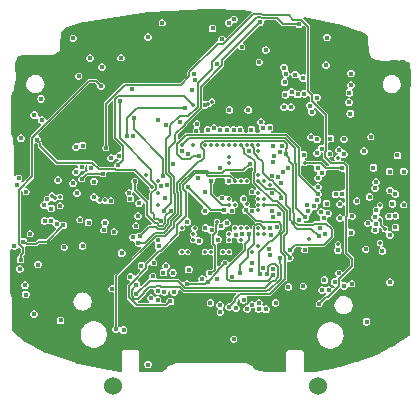
<source format=gbr>
G04*
G04 #@! TF.GenerationSoftware,Altium Limited,Altium Designer,24.6.1 (21)*
G04*
G04 Layer_Physical_Order=2*
G04 Layer_Color=6736896*
%FSLAX44Y44*%
%MOMM*%
G71*
G04*
G04 #@! TF.SameCoordinates,46D9000B-954F-446C-B998-76B77EA3697B*
G04*
G04*
G04 #@! TF.FilePolarity,Positive*
G04*
G01*
G75*
%ADD17C,0.1500*%
%ADD68C,1.5240*%
%ADD69C,0.3500*%
%ADD70C,0.4500*%
%ADD71C,0.4000*%
G36*
X166401Y270186D02*
X197581Y269160D01*
X198812Y268983D01*
X198876Y268957D01*
X200111Y269007D01*
X202637Y268785D01*
X202948Y268152D01*
X203041Y267475D01*
X181635Y246068D01*
X180137Y246366D01*
X180089Y246481D01*
X179245Y247325D01*
X178143Y247782D01*
X176949D01*
X175847Y247325D01*
X175003Y246481D01*
X174546Y245379D01*
Y244185D01*
X174594Y244070D01*
X174500Y243702D01*
X173785Y242704D01*
X173588Y242665D01*
X173009Y242278D01*
X149062Y218331D01*
X148675Y217752D01*
X148540Y217069D01*
Y213967D01*
X142307Y207734D01*
X95366D01*
X94684Y207598D01*
X94105Y207212D01*
X78098Y191205D01*
X77712Y190626D01*
X77576Y189944D01*
Y155324D01*
X76817Y154565D01*
X76360Y153462D01*
Y152269D01*
X76817Y151166D01*
X77661Y150322D01*
X78763Y149866D01*
X79957D01*
X81059Y150322D01*
X81903Y151166D01*
X82360Y152269D01*
Y153462D01*
X81903Y154565D01*
X81144Y155324D01*
Y189205D01*
X84466Y192527D01*
X85640Y192041D01*
Y161240D01*
X85775Y160557D01*
X86162Y159978D01*
X92247Y153893D01*
Y150013D01*
X90977Y149164D01*
X90862Y149212D01*
X89669D01*
X88566Y148755D01*
X87722Y147911D01*
X87306Y146906D01*
X86816Y146672D01*
X85996Y146421D01*
X85701Y146715D01*
X84507Y147210D01*
X83214D01*
X82019Y146715D01*
X81105Y145801D01*
X80610Y144607D01*
Y143314D01*
X81105Y142119D01*
X82019Y141205D01*
X83214Y140710D01*
X84507D01*
X85701Y141205D01*
X86615Y142119D01*
X87110Y143314D01*
Y143329D01*
X88380Y143855D01*
X88566Y143669D01*
X89669Y143212D01*
X89945D01*
X90548Y141942D01*
X90186Y141500D01*
X89369D01*
X88175Y141005D01*
X87260Y140091D01*
X86766Y138896D01*
Y137604D01*
X86822Y137468D01*
X85973Y136198D01*
X74350D01*
X69054Y141494D01*
X68475Y141880D01*
X67793Y142016D01*
X38612D01*
X25249Y155379D01*
Y156584D01*
X25113Y157267D01*
X24726Y157846D01*
X24119Y158453D01*
X24380Y159084D01*
Y160377D01*
X23885Y161572D01*
X22971Y162486D01*
X22656Y162616D01*
X22358Y164114D01*
X66009Y207766D01*
X70127D01*
X72438Y205455D01*
Y204381D01*
X72895Y203279D01*
X73739Y202435D01*
X74841Y201978D01*
X76035D01*
X77137Y202435D01*
X77981Y203279D01*
X78438Y204381D01*
Y205575D01*
X77981Y206677D01*
X77137Y207521D01*
X76035Y207978D01*
X74961D01*
X72128Y210812D01*
X71549Y211199D01*
X70866Y211334D01*
X65270D01*
X64587Y211199D01*
X64008Y210812D01*
X29666Y176469D01*
X28396Y176924D01*
X27901Y178119D01*
X26987Y179033D01*
X25793Y179528D01*
X24499D01*
X23353Y179053D01*
X22905Y179261D01*
X22583Y179444D01*
X22225Y179749D01*
Y180940D01*
X21730Y182135D01*
X20816Y183049D01*
X19621Y183544D01*
X18328D01*
X17134Y183049D01*
X16220Y182135D01*
X15725Y180940D01*
Y179647D01*
X16220Y178453D01*
X17134Y177539D01*
X18328Y177044D01*
X19621D01*
X20768Y177519D01*
X21216Y177311D01*
X21538Y177128D01*
X21896Y176823D01*
Y175631D01*
X22391Y174437D01*
X23305Y173522D01*
X24499Y173028D01*
X24954Y171758D01*
X15852Y162656D01*
X15466Y162077D01*
X15330Y161394D01*
Y129339D01*
X9380Y123390D01*
X7879Y123685D01*
X7658Y124214D01*
X7786Y124408D01*
X8379Y125002D01*
X8874Y126196D01*
Y127489D01*
X8379Y128684D01*
X7465Y129598D01*
X6270Y130093D01*
X4978D01*
X3783Y129598D01*
X2869Y128684D01*
X2809Y128541D01*
X1539Y128793D01*
X1540Y149569D01*
X1532Y149607D01*
X1539Y149646D01*
X1193Y160086D01*
X1096Y160502D01*
X1008Y160919D01*
X-249Y163861D01*
X-198Y163939D01*
X-198D01*
X-373Y164362D01*
Y197482D01*
X-240Y198697D01*
X-198Y198799D01*
X-42Y199560D01*
X174Y200002D01*
X176Y200005D01*
X213Y200094D01*
X796Y201122D01*
X1441Y202090D01*
X1608Y202496D01*
X1780Y202900D01*
X3013Y208797D01*
X3015Y209045D01*
X3062Y209290D01*
X2932Y224332D01*
X3007Y225330D01*
X3097Y225547D01*
X3092Y225558D01*
X3507Y226656D01*
X5126Y230327D01*
X9300Y231115D01*
X9444Y230994D01*
X9459Y230988D01*
X9672Y231077D01*
X10885Y231147D01*
X27432Y230951D01*
X27439Y230952D01*
X27447Y230951D01*
X27471D01*
X27473Y230951D01*
X27475Y230951D01*
X33736Y230993D01*
X33933Y231033D01*
X34135Y231030D01*
X34371Y231124D01*
X34620Y231175D01*
X34787Y231288D01*
X34975Y231362D01*
X39424Y234231D01*
X39502Y234306D01*
X39597Y234354D01*
X39824Y234618D01*
X40073Y234859D01*
X40116Y234958D01*
X40186Y235039D01*
X40294Y235369D01*
X40432Y235688D01*
X40434Y235795D01*
X40468Y235897D01*
X40989Y240189D01*
X40978Y240330D01*
X41006Y240468D01*
Y244620D01*
X41020Y244750D01*
X41181Y245954D01*
X41181D01*
X41129Y246930D01*
X41287Y247745D01*
X41287Y247745D01*
X41506Y248948D01*
X42288Y251706D01*
X42312Y251716D01*
X42440Y252025D01*
X44914Y253939D01*
X45164Y254122D01*
X46201Y254778D01*
X47281Y255275D01*
X49535Y256144D01*
X49623Y256177D01*
X50665Y256497D01*
X50675Y256492D01*
X50675Y256492D01*
X50748Y256522D01*
X51843Y256943D01*
X51862Y256949D01*
X57951Y258820D01*
X59158Y259083D01*
X59159Y259083D01*
X60102Y259319D01*
X60522Y259411D01*
X61645Y259583D01*
X115256Y267825D01*
X116520Y267870D01*
D01*
X117725Y268064D01*
X117891Y268086D01*
X163947Y270170D01*
X163954Y270171D01*
X164333Y270138D01*
X165167Y270052D01*
X166003Y270149D01*
X166395Y270186D01*
X166401Y270186D01*
D02*
G37*
G36*
X228276Y256040D02*
X228855Y255653D01*
X229538Y255518D01*
X240299D01*
X240323Y255461D01*
X241237Y254547D01*
X242432Y254052D01*
X243724D01*
X244919Y254547D01*
X245833Y255461D01*
X245964Y255776D01*
X247462Y256074D01*
X248914Y254622D01*
Y215540D01*
X247644Y214813D01*
X247027Y215068D01*
X245734D01*
X244539Y214573D01*
X244365Y214400D01*
X243095Y214925D01*
Y215345D01*
X242600Y216540D01*
X241686Y217454D01*
X240492Y217949D01*
X239199D01*
X238004Y217454D01*
X237090Y216540D01*
X236595Y215346D01*
X235406Y215541D01*
X235406Y216149D01*
X234911Y217343D01*
X233997Y218257D01*
X233368Y219892D01*
X233413Y219999D01*
Y221292D01*
X232918Y222486D01*
X232004Y223400D01*
X230809Y223895D01*
X229516D01*
X228322Y223400D01*
X227407Y222486D01*
X226913Y221292D01*
Y219999D01*
X227407Y218804D01*
X228322Y217890D01*
X228950Y216255D01*
X228906Y216149D01*
Y214856D01*
X229401Y213661D01*
X230310Y212752D01*
X230309Y212650D01*
X230258Y211795D01*
X230145Y211443D01*
X229045Y210987D01*
X228131Y210073D01*
X227636Y208879D01*
Y207586D01*
X228131Y206391D01*
X229045Y205477D01*
X230240Y204982D01*
X231532D01*
X232727Y205477D01*
X233641Y206391D01*
X234136Y207586D01*
Y208879D01*
X233641Y210073D01*
X232732Y210982D01*
X232733Y211085D01*
X232784Y211940D01*
X232897Y212292D01*
X233997Y212747D01*
X234911Y213661D01*
X235406Y214856D01*
X236595Y214660D01*
X236595Y214053D01*
X237090Y212858D01*
X238004Y211944D01*
X239199Y211449D01*
X240492D01*
X241686Y211944D01*
X241860Y212118D01*
X243130Y211592D01*
Y211172D01*
X243625Y209977D01*
X244539Y209063D01*
X245734Y208568D01*
X247027D01*
X247644Y208824D01*
X248914Y208096D01*
Y202280D01*
X248176Y201787D01*
X246884D01*
X245689Y201292D01*
X244775Y200378D01*
X243635Y200772D01*
X242440Y201267D01*
X241147D01*
X239515Y201965D01*
X239483Y202041D01*
X238569Y202955D01*
X237374Y203450D01*
X236082D01*
X234887Y202955D01*
X233973Y202041D01*
X233478Y200847D01*
X232265Y200934D01*
X230973D01*
X229778Y200439D01*
X228864Y199525D01*
X228369Y198331D01*
Y197038D01*
X228864Y195843D01*
X229778Y194929D01*
X230973Y194434D01*
X232265D01*
X233460Y194929D01*
X234374Y195843D01*
X234869Y197038D01*
X236082Y196950D01*
X237374D01*
X239007Y196252D01*
X239039Y196176D01*
X239953Y195262D01*
X241147Y194767D01*
X242440D01*
X243635Y195262D01*
X244549Y196176D01*
X245689Y195782D01*
X246884Y195287D01*
X248177D01*
X249371Y195782D01*
X250285Y196696D01*
X251589Y196672D01*
X252244Y196119D01*
Y192432D01*
X251700Y191686D01*
X251235Y191493D01*
X250505Y191191D01*
X249591Y190277D01*
X249096Y189082D01*
Y187789D01*
X249591Y186595D01*
X250505Y185680D01*
X250900Y184142D01*
X250750Y183780D01*
Y182488D01*
X251245Y181293D01*
X252159Y180379D01*
X253354Y179884D01*
X254646D01*
X255841Y180379D01*
X256755Y181293D01*
X257250Y182488D01*
Y183780D01*
X256755Y184975D01*
X255969Y185762D01*
X255993Y186149D01*
X256471Y186435D01*
X257485Y186453D01*
X263834Y180104D01*
Y156013D01*
X262785Y155313D01*
X261492D01*
X260298Y154818D01*
X259384Y153904D01*
X258889Y152709D01*
Y151521D01*
X258822Y151476D01*
X257529D01*
X256334Y150982D01*
X255420Y150067D01*
X254925Y148873D01*
Y147580D01*
X255420Y146385D01*
X256334Y145471D01*
X257529Y144976D01*
X258822D01*
X260016Y145471D01*
X260931Y146385D01*
X261425Y147580D01*
Y148768D01*
X261492Y148813D01*
X262785D01*
X263302Y148468D01*
Y144558D01*
X263437Y143876D01*
X263824Y143297D01*
X268571Y138550D01*
X268175Y137366D01*
X268108Y137280D01*
X266667D01*
X262735Y141212D01*
X262157Y141598D01*
X261474Y141734D01*
X249949D01*
X249402Y142281D01*
X248480Y142663D01*
X248374Y142987D01*
X248317Y143970D01*
X248759Y144153D01*
X249673Y145067D01*
X250168Y146262D01*
Y147555D01*
X249673Y148749D01*
X248759Y149663D01*
X247564Y150158D01*
X246271D01*
X245956Y150027D01*
X244686Y150876D01*
Y152754D01*
X244550Y153437D01*
X244164Y154016D01*
X233088Y165092D01*
X232509Y165478D01*
X231826Y165614D01*
X219580D01*
X219328Y166884D01*
X220027Y167174D01*
X220941Y168088D01*
X221436Y169283D01*
Y170576D01*
X220941Y171770D01*
X220027Y172684D01*
X218832Y173179D01*
X217540D01*
X216345Y172684D01*
X215832Y172171D01*
X214524Y171924D01*
X214213Y172208D01*
X213817Y173396D01*
X213944Y173703D01*
Y174996D01*
X213450Y176191D01*
X212535Y177105D01*
X211341Y177600D01*
X210048D01*
X208854Y177105D01*
X207939Y176191D01*
X207444Y174996D01*
Y173703D01*
X207939Y172509D01*
X208853Y171595D01*
X209357Y170084D01*
X209230Y169777D01*
Y168484D01*
X209724Y167290D01*
X210130Y166884D01*
X209604Y165614D01*
X206560D01*
X205779Y166884D01*
X205997Y167411D01*
Y168703D01*
X205503Y169898D01*
X204588Y170812D01*
X203394Y171307D01*
X202101D01*
X200906Y170812D01*
X199992Y169898D01*
X199497Y168703D01*
Y167411D01*
X199715Y166884D01*
X198935Y165614D01*
X196980D01*
X196199Y166884D01*
X196418Y167411D01*
Y168703D01*
X195923Y169898D01*
X195009Y170812D01*
X193814Y171307D01*
X192521D01*
X191327Y170812D01*
X191080Y170565D01*
X189513Y170336D01*
X188318Y170830D01*
X187026D01*
X185831Y170336D01*
X185806Y170311D01*
X184932Y169898D01*
X184017Y170812D01*
X182823Y171307D01*
X181530D01*
X180336Y170812D01*
X179974Y170451D01*
X179315Y169951D01*
X178315Y170451D01*
X178117Y170649D01*
X176922Y171144D01*
X175630D01*
X174435Y170649D01*
X173906Y170754D01*
X173697Y171259D01*
X172783Y172173D01*
X171588Y172668D01*
X170296D01*
X169101Y172173D01*
X168187Y171259D01*
X167946Y170677D01*
X167500Y170588D01*
X166305Y171083D01*
X165012D01*
X163818Y170588D01*
X162904Y169674D01*
X162409Y168479D01*
Y167187D01*
X162750Y166362D01*
X162144Y165092D01*
X159757D01*
X158908Y166362D01*
X158956Y166477D01*
Y167671D01*
X158499Y168773D01*
X158002Y169271D01*
X158088Y170576D01*
X158171Y170761D01*
X158939Y171529D01*
X159396Y172631D01*
Y173825D01*
X158939Y174927D01*
X158095Y175771D01*
X156993Y176228D01*
X155799D01*
X154697Y175771D01*
X153853Y174927D01*
X153396Y173825D01*
Y172631D01*
X153853Y171529D01*
X154350Y171031D01*
X154264Y169726D01*
X154181Y169541D01*
X153413Y168773D01*
X152956Y167671D01*
Y166477D01*
X153004Y166362D01*
X152155Y165092D01*
X147264D01*
X146581Y164957D01*
X146002Y164570D01*
X141388Y159955D01*
X140214Y160441D01*
Y163768D01*
X147546Y171100D01*
X147933Y171679D01*
X148069Y172361D01*
X160924Y185216D01*
X160983Y185305D01*
X161450Y185805D01*
X162625Y185894D01*
X163032Y185726D01*
X164324D01*
X165519Y186221D01*
X166233Y186935D01*
X166970D01*
X167980Y187354D01*
X168754Y188127D01*
X169158Y189103D01*
X169735D01*
X170746Y189522D01*
X171519Y190295D01*
X171938Y191306D01*
Y192400D01*
X171519Y193411D01*
X170746Y194184D01*
X169735Y194603D01*
X168641D01*
X167630Y194184D01*
X166857Y193411D01*
X166453Y192435D01*
X165876D01*
X164865Y192017D01*
X164855Y192006D01*
X164324Y192226D01*
X163032D01*
X162716Y192095D01*
X161446Y192944D01*
Y203822D01*
X179084Y221460D01*
X179471Y222039D01*
X179607Y222722D01*
Y226268D01*
X190362Y237024D01*
X191861Y236726D01*
X191919Y236585D01*
X192763Y235741D01*
X193866Y235284D01*
X195059D01*
X196162Y235741D01*
X197006Y236585D01*
X197462Y237687D01*
Y238881D01*
X197006Y239983D01*
X196162Y240827D01*
X196021Y240886D01*
X195723Y242384D01*
X209143Y255804D01*
X209597Y255616D01*
X210889D01*
X212084Y256111D01*
X212998Y257025D01*
X213493Y258220D01*
Y259512D01*
X213433Y259657D01*
X214282Y260927D01*
X223389D01*
X228276Y256040D01*
D02*
G37*
G36*
X279492Y256383D02*
X279622Y256346D01*
X280805Y255994D01*
D01*
X282025Y255695D01*
X293194Y252050D01*
X293249Y252032D01*
X294335Y251590D01*
X294335Y251590D01*
X294373Y251574D01*
X295546Y251237D01*
X296745Y250800D01*
X298459Y250175D01*
X298475Y250104D01*
Y250104D01*
X298683Y250017D01*
X299466Y249362D01*
X301584Y247250D01*
X301598Y247217D01*
X301875Y241250D01*
X301876Y241210D01*
X301756Y240037D01*
X301905Y239084D01*
X301943Y238804D01*
X301955Y237503D01*
X301982Y234625D01*
X301998Y234548D01*
X301989Y234470D01*
X302090Y234109D01*
X302167Y233741D01*
X302211Y233676D01*
X302232Y233601D01*
X304334Y229452D01*
X304384Y229389D01*
X304410Y229314D01*
X304661Y229036D01*
X304892Y228742D01*
X304961Y228703D01*
X305015Y228643D01*
X305353Y228482D01*
X305679Y228299D01*
X305758Y228289D01*
X305830Y228255D01*
X313071Y226421D01*
X313389Y226404D01*
X313704Y226351D01*
X326263Y226701D01*
X327472Y226566D01*
X328192Y226677D01*
X328696Y226751D01*
X330010Y226768D01*
X332604Y226800D01*
X333014Y226631D01*
X333030Y226637D01*
X333045Y226646D01*
X336648Y224693D01*
X337422Y220320D01*
X337292Y220165D01*
Y220165D01*
X337290Y220163D01*
X337374Y219961D01*
X337463Y218740D01*
X337395Y189733D01*
X337395Y189731D01*
X337395Y189730D01*
X337396Y15497D01*
Y-4405D01*
X337329Y-5332D01*
X337299Y-5357D01*
X337133Y-5629D01*
X336307Y-6408D01*
X324179Y-14463D01*
X324128Y-14492D01*
X323067Y-15077D01*
X323067Y-15077D01*
X321996Y-15714D01*
X320966Y-16224D01*
X308731Y-22287D01*
X307579Y-22771D01*
X307471Y-22816D01*
X306329Y-23325D01*
X294292Y-27809D01*
X293102Y-28252D01*
X291968Y-28582D01*
X291052Y-28916D01*
X290773Y-29017D01*
X278437Y-32537D01*
X277267Y-32769D01*
X277266Y-32768D01*
X276353Y-33045D01*
X276048Y-33135D01*
X274806Y-33402D01*
X265567Y-35391D01*
X264324Y-35543D01*
X264323Y-35543D01*
X263385Y-35785D01*
X263090Y-35858D01*
X255238Y-37122D01*
X255222Y-37124D01*
X255016Y-37138D01*
X254019Y-37191D01*
X253974Y-37210D01*
X253472Y-37263D01*
X253471D01*
X252735Y-37338D01*
X247055D01*
Y-19738D01*
X246738Y-18973D01*
X245973Y-18656D01*
X233472D01*
X232707Y-18973D01*
X232390Y-19738D01*
Y-37338D01*
X216381D01*
X216186Y-37257D01*
X216183Y-37256D01*
X214951Y-37133D01*
X206918Y-35396D01*
X206685Y-35299D01*
X204458Y-32574D01*
X204396Y-32523D01*
X204354Y-32455D01*
X204050Y-32237D01*
X203761Y-31999D01*
X203685Y-31976D01*
X203619Y-31929D01*
X198188Y-29473D01*
X198152Y-29464D01*
X198120Y-29443D01*
X197713Y-29362D01*
X197309Y-29268D01*
X197272Y-29274D01*
X197235Y-29267D01*
X139619D01*
X139186Y-29353D01*
X138751Y-29436D01*
X133220Y-31671D01*
X133133Y-31728D01*
X133033Y-31756D01*
X132758Y-31974D01*
X132465Y-32166D01*
X132407Y-32252D01*
X132325Y-32317D01*
X131327Y-33490D01*
X130506Y-34354D01*
X130290Y-34444D01*
X130251Y-34539D01*
X130246Y-34625D01*
X129534Y-35142D01*
X128233Y-36026D01*
X127702Y-36322D01*
X126768Y-36651D01*
X126764Y-36652D01*
X126384Y-36734D01*
X125614Y-36749D01*
X124620Y-36899D01*
X124199Y-36937D01*
X108452Y-37131D01*
X107549Y-36239D01*
Y-19738D01*
X107232Y-18973D01*
X106466Y-18655D01*
X93966D01*
X93200Y-18973D01*
X92883Y-19738D01*
Y-35919D01*
X91934Y-36763D01*
X85949Y-36049D01*
X85906Y-36044D01*
X85898Y-36043D01*
X84703Y-35774D01*
Y-35774D01*
X83477Y-35683D01*
X83375Y-35670D01*
X82895Y-35505D01*
X82895Y-35504D01*
X81653Y-35375D01*
X56376Y-30333D01*
X56227Y-30294D01*
X55039Y-29960D01*
Y-29960D01*
X53836Y-29648D01*
X29447Y-21300D01*
X28479Y-20956D01*
X28449Y-20881D01*
X28282Y-20811D01*
X27171Y-20297D01*
X12484Y-12455D01*
X11453Y-11782D01*
X11267Y-11705D01*
X10263Y-11011D01*
X5886Y-7594D01*
X4998Y-6734D01*
X4971Y-6669D01*
X4880Y-6631D01*
X4084Y-5939D01*
X4046Y-5897D01*
X247Y-1661D01*
X177Y-1493D01*
X-0Y210D01*
X50Y1361D01*
X-1Y1483D01*
Y1483D01*
X-99Y1574D01*
X-95Y2402D01*
X333Y17073D01*
X315Y17180D01*
X329Y17287D01*
X-157Y24956D01*
X-205Y25136D01*
X-210Y25323D01*
X-1310Y30152D01*
X-1438Y31368D01*
X-1544Y31622D01*
X-1614Y32824D01*
Y64494D01*
X-1597Y65669D01*
X-1438Y66052D01*
X-1423Y66066D01*
X-512Y66888D01*
X159Y67038D01*
X281Y66915D01*
X1475Y66421D01*
X2768D01*
X3963Y66915D01*
X4877Y67830D01*
X4955Y68019D01*
X6453Y68317D01*
X7895Y66875D01*
Y64517D01*
X6678Y63301D01*
X6292Y62722D01*
X6156Y62039D01*
Y61086D01*
X5525Y60825D01*
X4611Y59911D01*
X4116Y58716D01*
Y57424D01*
X4611Y56229D01*
X5525Y55315D01*
X6719Y54820D01*
X8012D01*
X9207Y55315D01*
X10121Y56229D01*
X10616Y57424D01*
Y58716D01*
X10121Y59911D01*
X9724Y60308D01*
Y61300D01*
X10941Y62517D01*
X11328Y63096D01*
X11464Y63778D01*
Y67614D01*
X11328Y68297D01*
X11201Y68488D01*
X11714Y69237D01*
X12045Y69510D01*
X12601Y69400D01*
X20086D01*
X20769Y69536D01*
X21348Y69922D01*
X23021Y71595D01*
X29767D01*
X30450Y71731D01*
X31029Y72118D01*
X42750Y83839D01*
X42807Y83816D01*
X44100D01*
X45294Y84310D01*
X46209Y85225D01*
X46703Y86419D01*
Y87712D01*
X46209Y88907D01*
X45294Y89821D01*
X44100Y90316D01*
X42807D01*
X42171Y90052D01*
X40807Y90025D01*
X39893Y90939D01*
X38699Y91434D01*
X37406D01*
X36275Y92140D01*
X35940Y92949D01*
X35026Y93863D01*
X33832Y94358D01*
X32539D01*
X31344Y93863D01*
X30430Y92949D01*
X29567Y93393D01*
X29527Y93433D01*
X28333Y93928D01*
X27039D01*
X25845Y93433D01*
X24931Y92519D01*
X24436Y91325D01*
Y90031D01*
X24931Y88837D01*
X25845Y87923D01*
X27039Y87428D01*
X28333D01*
X29527Y87923D01*
X30441Y88837D01*
X31304Y88393D01*
X31344Y88353D01*
X32539Y87858D01*
X33832D01*
X34962Y87152D01*
X35297Y86343D01*
X36211Y85428D01*
X37120Y85052D01*
X37484Y84121D01*
X37528Y83664D01*
X29028Y75164D01*
X22282D01*
X21599Y75028D01*
X21020Y74641D01*
X19347Y72968D01*
X13340D01*
X12844Y73464D01*
Y74026D01*
X12349Y75220D01*
X11435Y76135D01*
X10240Y76629D01*
X8947D01*
X8632Y76499D01*
X7362Y77347D01*
Y115904D01*
X7809Y116214D01*
X9078Y115548D01*
Y115018D01*
X9535Y113915D01*
X10379Y113071D01*
X11481Y112614D01*
X12675D01*
X13777Y113071D01*
X14621Y113915D01*
X15078Y115018D01*
Y116211D01*
X14621Y117314D01*
X13777Y118158D01*
X12675Y118614D01*
X11481D01*
X11423Y118590D01*
X10704Y119667D01*
X18376Y127339D01*
X18763Y127917D01*
X18898Y128600D01*
Y155763D01*
X20168Y156611D01*
X20484Y156481D01*
X21045D01*
X21680Y155845D01*
Y154640D01*
X21816Y153958D01*
X22203Y153379D01*
X36611Y138970D01*
X37190Y138583D01*
X37873Y138448D01*
X54982D01*
X55830Y137178D01*
X55700Y136862D01*
Y136702D01*
X54818Y135693D01*
X53525D01*
X52330Y135198D01*
X51416Y134284D01*
X50921Y133089D01*
Y131796D01*
X51416Y130602D01*
X52330Y129687D01*
X53525Y129193D01*
X54818D01*
X56012Y129687D01*
X56926Y130602D01*
X57421Y131796D01*
Y131957D01*
X58303Y132966D01*
X59596D01*
X60791Y133461D01*
X61705Y134375D01*
X62200Y135569D01*
Y136733D01*
X62445Y137137D01*
X63071Y137836D01*
X63189Y137826D01*
X63943Y136519D01*
X63732Y136010D01*
Y134717D01*
X64160Y133684D01*
X63893Y132985D01*
X63539Y132414D01*
X63364D01*
X62681Y132278D01*
X62102Y131891D01*
X59659Y129448D01*
X58585D01*
X57483Y128991D01*
X56639Y128147D01*
X56182Y127045D01*
Y125851D01*
X56639Y124749D01*
X57483Y123905D01*
X58585Y123448D01*
X59779D01*
X60881Y123905D01*
X61725Y124749D01*
X62182Y125851D01*
Y126925D01*
X64103Y128846D01*
X74438D01*
X75197Y128087D01*
X76300Y127630D01*
X77493D01*
X78596Y128087D01*
X79440Y128930D01*
X79896Y130033D01*
Y131227D01*
X79841Y131360D01*
X80690Y132630D01*
X87603D01*
X87669Y132585D01*
X88352Y132450D01*
X103439D01*
X115920Y119969D01*
Y119195D01*
X116339Y118184D01*
X117112Y117411D01*
X117325Y115948D01*
X116848Y115472D01*
X116461Y114893D01*
X116326Y114210D01*
Y108854D01*
X115056Y108328D01*
X105624Y117760D01*
Y122033D01*
X106383Y122792D01*
X106840Y123895D01*
Y125088D01*
X106383Y126191D01*
X105539Y127035D01*
X104437Y127492D01*
X103243D01*
X102141Y127035D01*
X101297Y126191D01*
X100840Y125088D01*
Y123895D01*
X101297Y122792D01*
X102056Y122033D01*
Y117946D01*
X100786Y117420D01*
X100759Y117447D01*
X99657Y117903D01*
X98463D01*
X97361Y117447D01*
X96517Y116603D01*
X96060Y115500D01*
Y114307D01*
X96517Y113204D01*
X97361Y112360D01*
X97365Y112358D01*
X97509Y111635D01*
X97015Y110440D01*
Y109147D01*
X97509Y107953D01*
X98424Y107038D01*
X99618Y106544D01*
X100911D01*
X102105Y107038D01*
X103020Y107953D01*
X103514Y109147D01*
Y110440D01*
X103020Y111635D01*
X102425Y112229D01*
X102097Y112618D01*
X101931Y113996D01*
X102060Y114307D01*
Y114481D01*
X103330Y115007D01*
X108232Y110105D01*
X107631Y108910D01*
X106759D01*
X105564Y108415D01*
X104650Y107501D01*
X104156Y106306D01*
Y105014D01*
X104650Y103819D01*
X105564Y102905D01*
X106759Y102410D01*
X108052D01*
X109246Y102905D01*
X110161Y103819D01*
X110655Y105014D01*
Y105609D01*
X111804Y106180D01*
X112599Y105558D01*
Y95498D01*
X112735Y94816D01*
X113122Y94237D01*
X118505Y88854D01*
X118019Y87680D01*
X116258D01*
X115575Y87544D01*
X114996Y87158D01*
X108743Y80905D01*
X108674Y80933D01*
X107382D01*
X106187Y80438D01*
X105273Y79524D01*
X104030Y79843D01*
X103227Y80176D01*
X101934D01*
X100739Y79681D01*
X99825Y78767D01*
X99331Y77572D01*
Y76280D01*
X99825Y75085D01*
X100739Y74171D01*
X101934Y73676D01*
X102836D01*
X103549Y73133D01*
X103881Y72572D01*
Y71587D01*
X104375Y70392D01*
X105290Y69478D01*
X106484Y68983D01*
X107777D01*
X108650Y69345D01*
X109370Y68268D01*
X87130Y46029D01*
X86743Y45450D01*
X86608Y44767D01*
Y37150D01*
X85338Y36357D01*
X84925Y36528D01*
X83731D01*
X82629Y36071D01*
X81785Y35227D01*
X81328Y34125D01*
Y32931D01*
X81785Y31829D01*
X82629Y30985D01*
X83731Y30528D01*
X84925D01*
X85338Y30699D01*
X86608Y29906D01*
Y2198D01*
X86145Y2007D01*
X85231Y1092D01*
X84736Y-102D01*
Y-1395D01*
X85231Y-2590D01*
X86145Y-3504D01*
X87340Y-3999D01*
X88633D01*
X89827Y-3504D01*
X90178Y-3153D01*
X91665Y-3426D01*
X91733Y-3588D01*
X92647Y-4502D01*
X93841Y-4997D01*
X95134D01*
X96329Y-4502D01*
X97243Y-3588D01*
X97738Y-2394D01*
Y-1101D01*
X97243Y94D01*
X96329Y1008D01*
X95134Y1503D01*
X93841D01*
X92647Y1008D01*
X92296Y658D01*
X90809Y930D01*
X90742Y1092D01*
X90176Y1658D01*
Y44028D01*
X119588Y73440D01*
X121086Y73142D01*
X121127Y73043D01*
X121210Y72959D01*
X121403Y71356D01*
X120908Y70161D01*
Y68868D01*
X121403Y67674D01*
X122142Y66935D01*
X122219Y65530D01*
X112376Y55687D01*
X111543Y55605D01*
X111479Y55669D01*
X110285Y56163D01*
X108992D01*
X107797Y55669D01*
X106883Y54754D01*
X106388Y53560D01*
Y52267D01*
X106883Y51072D01*
X107797Y50158D01*
X108351Y49928D01*
X108709Y48490D01*
X104721Y44501D01*
X103279Y44856D01*
X103052Y45405D01*
X102138Y46319D01*
X100944Y46814D01*
X99651D01*
X98456Y46319D01*
X97542Y45405D01*
X97047Y44210D01*
Y42917D01*
X97542Y41723D01*
X98456Y40809D01*
X99041Y40566D01*
X99667Y39471D01*
X99675Y39044D01*
X97617Y36985D01*
X97230Y36406D01*
X97094Y35724D01*
Y26250D01*
X97230Y25568D01*
X97617Y24989D01*
X104250Y18355D01*
X104829Y17968D01*
X105512Y17833D01*
X130840D01*
X131523Y17968D01*
X132102Y18355D01*
X133281Y19535D01*
X133465Y19459D01*
X134759D01*
X135953Y19953D01*
X136867Y20868D01*
X137362Y22062D01*
Y23355D01*
X136867Y24550D01*
X135953Y25464D01*
X134759Y25959D01*
X133465D01*
X132271Y25464D01*
X131357Y24550D01*
X130862Y23355D01*
Y22162D01*
X130101Y21401D01*
X127329D01*
X126481Y22671D01*
X126611Y22986D01*
Y24279D01*
X126116Y25474D01*
X125202Y26388D01*
X124008Y26883D01*
X122715D01*
X121520Y26388D01*
X120408Y27072D01*
X120344Y27227D01*
X119429Y28142D01*
X118235Y28636D01*
X116942D01*
X115747Y28142D01*
X114833Y27227D01*
X114338Y26033D01*
Y24740D01*
X114833Y23545D01*
X115707Y22671D01*
X115698Y22456D01*
X115398Y21401D01*
X106747D01*
X106378Y21886D01*
X107007Y23156D01*
X107074D01*
X107757Y23292D01*
X108335Y23679D01*
X112896Y28239D01*
X113282Y28818D01*
X113418Y29501D01*
Y29608D01*
X116933Y33124D01*
X119665D01*
X120208Y32311D01*
Y31018D01*
X120702Y29824D01*
X121617Y28909D01*
X122811Y28415D01*
X124104D01*
X125038Y28801D01*
X126309Y29051D01*
X127223Y28137D01*
X128418Y27642D01*
X129711D01*
X130905Y28137D01*
X131819Y29051D01*
X132314Y30245D01*
Y30863D01*
X133144Y31863D01*
X133846Y31387D01*
Y30094D01*
X134341Y28900D01*
X135255Y27985D01*
X136449Y27491D01*
X137742D01*
X138937Y27985D01*
X139851Y28900D01*
X140346Y30094D01*
Y31387D01*
X140334Y31415D01*
X141067Y32599D01*
X142082Y32685D01*
X144508Y30258D01*
X145087Y29871D01*
X145770Y29736D01*
X189637D01*
X190123Y28562D01*
X187982Y26422D01*
X187596Y25843D01*
X187460Y25160D01*
Y23863D01*
X184751Y21154D01*
X184695Y21178D01*
X183402D01*
X182207Y20683D01*
X181293Y19769D01*
X180798Y18574D01*
Y17281D01*
X181293Y16087D01*
X182207Y15172D01*
X183402Y14678D01*
X184695D01*
X185651Y15074D01*
X186983Y15177D01*
X187897Y14263D01*
X189091Y13768D01*
X190385D01*
X191579Y14263D01*
X192493Y15177D01*
X192988Y16372D01*
Y17665D01*
X192493Y18859D01*
X191579Y19773D01*
X190613Y20173D01*
X190267Y21005D01*
X190182Y21538D01*
X190506Y21862D01*
X190893Y22441D01*
X191028Y23124D01*
Y24066D01*
X191487Y24521D01*
X191641Y24611D01*
X192838Y23906D01*
Y23445D01*
X193333Y22251D01*
X194247Y21337D01*
X195441Y20842D01*
X196735D01*
X197929Y21337D01*
X198843Y22251D01*
X199338Y23445D01*
Y24738D01*
X198843Y25933D01*
X198826Y25950D01*
X199352Y27220D01*
X218288D01*
X218971Y27355D01*
X219550Y27742D01*
X232094Y40286D01*
X232480Y40865D01*
X232616Y41548D01*
Y56022D01*
X233886Y56718D01*
X234557Y56440D01*
X235851D01*
X237045Y56935D01*
X237959Y57849D01*
X238454Y59043D01*
Y60336D01*
X237959Y61531D01*
X237228Y62263D01*
X237140Y63064D01*
X237244Y63738D01*
X237998Y64492D01*
X238493Y65686D01*
Y66979D01*
X238470Y67036D01*
X240515Y69082D01*
X244795D01*
X245134Y68568D01*
X245431Y67812D01*
X245052Y66897D01*
Y65703D01*
X245509Y64601D01*
X246353Y63757D01*
X247456Y63300D01*
X248649D01*
X249752Y63757D01*
X250596Y64601D01*
X251052Y65703D01*
Y66897D01*
X250673Y67812D01*
X250971Y68568D01*
X251309Y69082D01*
X264160D01*
X264843Y69218D01*
X265422Y69604D01*
X272209Y76392D01*
X272596Y76971D01*
X272732Y77654D01*
Y83636D01*
X272596Y84319D01*
X272209Y84898D01*
X267248Y89860D01*
X267161Y89918D01*
X266713Y90907D01*
X266754Y91524D01*
X267096Y92349D01*
Y93642D01*
X268054Y93897D01*
X268131D01*
X269326Y94391D01*
X270240Y95306D01*
X270735Y96500D01*
Y97793D01*
X270240Y98987D01*
X269326Y99902D01*
X268131Y100396D01*
X266838D01*
X265644Y99902D01*
X264694Y100091D01*
X264689Y100103D01*
X263774Y101018D01*
X262580Y101512D01*
X261287D01*
X260093Y101018D01*
X259178Y100103D01*
X258683Y98909D01*
Y97616D01*
X259178Y96421D01*
X260093Y95507D01*
X260099Y95504D01*
X260721Y93944D01*
X260596Y93642D01*
Y92349D01*
X260884Y91652D01*
X260203Y90382D01*
X255827D01*
X255144Y90246D01*
X254566Y89860D01*
X253810Y89104D01*
X247786D01*
X247066Y89956D01*
X247702Y90700D01*
X248995D01*
X250189Y91195D01*
X251104Y92109D01*
X251598Y93304D01*
Y94597D01*
X252272Y96142D01*
X252534Y96250D01*
X253448Y97165D01*
X253943Y98359D01*
Y98912D01*
X254762Y99838D01*
X255116Y99918D01*
X256126D01*
X257321Y100413D01*
X258235Y101327D01*
X258730Y102522D01*
Y103815D01*
X259235Y105081D01*
X260430Y105576D01*
X261344Y106490D01*
X261839Y107684D01*
Y108977D01*
X261344Y110172D01*
X261281Y110235D01*
X260720Y111084D01*
X261635Y111998D01*
X262129Y113193D01*
Y114486D01*
X261635Y115680D01*
X261056Y116711D01*
X261854Y117510D01*
X262349Y118704D01*
Y119997D01*
X261854Y121192D01*
X260940Y122106D01*
X259746Y122600D01*
X258453D01*
X257258Y122106D01*
X256344Y121192D01*
X256198Y120840D01*
X254700Y120542D01*
X244814Y130428D01*
Y137295D01*
X246084Y137821D01*
X246286Y137619D01*
X247297Y137200D01*
X248391D01*
X249402Y137619D01*
X249949Y138166D01*
X255277D01*
X255879Y136896D01*
X255535Y136064D01*
Y134771D01*
X256029Y133577D01*
X256944Y132663D01*
X258057Y132201D01*
X258159Y132131D01*
X258467Y131583D01*
X258586Y130846D01*
X258409Y130632D01*
X258295D01*
X257101Y130138D01*
X256187Y129223D01*
X255692Y128029D01*
Y126736D01*
X256187Y125542D01*
X257101Y124627D01*
X258295Y124132D01*
X259588D01*
X260783Y124627D01*
X261697Y125542D01*
X262192Y126736D01*
Y128029D01*
X262225Y128079D01*
X263442D01*
X264637Y128574D01*
X265551Y129488D01*
X266046Y130683D01*
Y131976D01*
X265837Y132479D01*
X266669Y133712D01*
X277049D01*
X277073Y133655D01*
X277987Y132741D01*
X279181Y132246D01*
X280474D01*
X280790Y132376D01*
X282060Y131528D01*
Y126665D01*
X282041Y126637D01*
X281906Y125955D01*
Y117486D01*
X280636Y116637D01*
X280320Y116768D01*
X279027D01*
X277833Y116273D01*
X277722Y116163D01*
X276002Y116086D01*
X274807Y116581D01*
X273515D01*
X272320Y116086D01*
X271406Y115172D01*
X270911Y113978D01*
Y112685D01*
X271406Y111490D01*
X272320Y110576D01*
X273515Y110081D01*
X274807D01*
X276002Y110576D01*
X276113Y110687D01*
X277833Y110763D01*
X279027Y110268D01*
X280320D01*
X280636Y110399D01*
X281906Y109550D01*
Y106626D01*
X280636Y106373D01*
X280377Y106997D01*
X279463Y107911D01*
X278269Y108406D01*
X276975D01*
X275781Y107911D01*
X274867Y106997D01*
X274372Y105802D01*
Y104509D01*
X274867Y103315D01*
X275781Y102401D01*
X276975Y101906D01*
X278269D01*
X279463Y102401D01*
X280377Y103315D01*
X280636Y103939D01*
X281906Y103686D01*
Y95959D01*
X281727Y95780D01*
X281401Y95293D01*
X280832Y95167D01*
X280030Y95126D01*
X279299Y95857D01*
X278196Y96314D01*
X277003D01*
X275900Y95857D01*
X275056Y95013D01*
X274599Y93911D01*
Y92717D01*
X275056Y91614D01*
X275900Y90771D01*
X277003Y90314D01*
X278196D01*
X279299Y90771D01*
X279934Y91406D01*
X280918Y91178D01*
X281204Y91017D01*
Y63784D01*
X281340Y63101D01*
X281727Y62522D01*
X286252Y57997D01*
Y53418D01*
X280695Y47861D01*
X279197Y48159D01*
X279149Y48274D01*
X278305Y49118D01*
X277203Y49575D01*
X276009D01*
X274907Y49118D01*
X274063Y48274D01*
X273606Y47172D01*
Y45978D01*
X274063Y44876D01*
X274907Y44032D01*
X274559Y42811D01*
X274253Y42344D01*
X274202Y42337D01*
X273800Y42504D01*
X272507D01*
X271313Y42009D01*
X270399Y41095D01*
X269904Y39900D01*
Y38607D01*
X270399Y37413D01*
X271313Y36499D01*
X272507Y36004D01*
X273004D01*
X273530Y34734D01*
X272574Y33778D01*
X271076Y34076D01*
X270945Y34391D01*
X270031Y35306D01*
X268836Y35800D01*
X267544D01*
X266349Y35306D01*
X266333Y35290D01*
X264541Y35294D01*
X264515Y35320D01*
X263321Y35814D01*
X262027D01*
X260833Y35320D01*
X259919Y34405D01*
X259424Y33211D01*
Y31918D01*
X259919Y30724D01*
X260833Y29809D01*
X262027Y29314D01*
X263321D01*
X264515Y29809D01*
X264531Y29825D01*
X265714Y29823D01*
X266265Y28637D01*
X266255Y28491D01*
X265742Y27881D01*
X265619D01*
X264936Y27745D01*
X264357Y27358D01*
X260827Y23828D01*
X259753D01*
X258651Y23371D01*
X257807Y22527D01*
X257350Y21425D01*
Y20231D01*
X257807Y19129D01*
X258651Y18285D01*
X259753Y17828D01*
X260947D01*
X262049Y18285D01*
X262893Y19129D01*
X263350Y20231D01*
Y21305D01*
X266358Y24312D01*
X267416D01*
X268099Y24448D01*
X268677Y24835D01*
X278069Y34226D01*
X278440Y34152D01*
X279354Y33238D01*
X280548Y32743D01*
X281841D01*
X283036Y33238D01*
X283950Y34152D01*
X284311Y35024D01*
X285299Y35394D01*
X285715Y35417D01*
X285829Y35303D01*
X286931Y34846D01*
X288125D01*
X289227Y35303D01*
X290071Y36147D01*
X290528Y37249D01*
Y38443D01*
X290071Y39545D01*
X289227Y40389D01*
X288125Y40846D01*
X286931D01*
X285829Y40389D01*
X284985Y39545D01*
X284706Y38874D01*
X283538Y38490D01*
X283282Y38502D01*
X283036Y38749D01*
X281841Y39243D01*
X280548D01*
X280233Y39113D01*
X279100Y39870D01*
X279025Y41145D01*
X289298Y51417D01*
X289685Y51996D01*
X289820Y52679D01*
Y58737D01*
X289685Y59419D01*
X289298Y59998D01*
X284773Y64523D01*
Y76947D01*
X286043Y77796D01*
X286358Y77665D01*
X287651D01*
X288846Y78160D01*
X289760Y79074D01*
X290255Y80268D01*
Y81561D01*
X289760Y82756D01*
X288846Y83670D01*
X287651Y84165D01*
X286358D01*
X286043Y84034D01*
X284773Y84883D01*
Y92327D01*
X286043Y92746D01*
X286591Y92199D01*
X287693Y91742D01*
X288887D01*
X289989Y92199D01*
X290833Y93043D01*
X291290Y94145D01*
Y95339D01*
X290833Y96441D01*
X289989Y97285D01*
X288887Y97742D01*
X287693D01*
X286744Y97349D01*
X286065Y97605D01*
X285474Y97965D01*
Y125398D01*
X285492Y125426D01*
X285628Y126109D01*
Y137159D01*
X285492Y137842D01*
X285106Y138421D01*
X282753Y140773D01*
X282174Y141160D01*
X281492Y141296D01*
X278875D01*
X278528Y141839D01*
X278247Y142566D01*
X278594Y143403D01*
Y143885D01*
X278747Y144060D01*
X279798Y144657D01*
X280604Y144323D01*
X281896D01*
X283091Y144818D01*
X284005Y145732D01*
X284500Y146926D01*
Y148219D01*
X284005Y149414D01*
X283091Y150328D01*
X281896Y150823D01*
X280604D01*
X280018Y151955D01*
X279662Y152814D01*
X278748Y153728D01*
X277553Y154223D01*
X276260D01*
X275066Y153728D01*
X274151Y152814D01*
X273657Y151619D01*
Y150326D01*
X274151Y149132D01*
X275066Y148218D01*
X275664Y147970D01*
X275411Y146700D01*
X275297D01*
X274286Y146281D01*
X273513Y145508D01*
X273094Y144497D01*
Y143403D01*
X273441Y142566D01*
X273160Y141839D01*
X272813Y141296D01*
X270872D01*
X268817Y143351D01*
X269343Y144621D01*
X269699D01*
X270801Y145077D01*
X271645Y145921D01*
X272102Y147024D01*
Y148217D01*
X271645Y149320D01*
X270801Y150164D01*
X269699Y150621D01*
X268505D01*
X267939Y150999D01*
Y153726D01*
X267803Y154409D01*
X267416Y154988D01*
X267402Y155002D01*
Y156621D01*
X268673Y157469D01*
X268988Y157339D01*
X270281D01*
X271475Y157833D01*
X272389Y158748D01*
X272884Y159942D01*
Y161235D01*
X272389Y162430D01*
X271475Y163344D01*
X270281Y163839D01*
X268988D01*
X268673Y163708D01*
X267402Y164557D01*
Y180843D01*
X267267Y181525D01*
X266880Y182104D01*
X258189Y190795D01*
X258691Y192065D01*
X259886Y192560D01*
X260800Y193474D01*
X261295Y194668D01*
Y195961D01*
X260800Y197156D01*
X259886Y198070D01*
X258691Y198565D01*
X257398D01*
X256974Y198389D01*
X255871Y198399D01*
X255301Y198964D01*
X255290Y198980D01*
X252482Y201788D01*
Y255361D01*
X252346Y256044D01*
X251960Y256623D01*
X246269Y262313D01*
X246904Y263475D01*
X279492Y256383D01*
D02*
G37*
G36*
X203792Y135463D02*
Y133157D01*
X203506Y132729D01*
X203370Y132046D01*
Y123230D01*
X203506Y122547D01*
X203892Y121969D01*
X206578Y119283D01*
X206386Y117679D01*
X205872Y117367D01*
X205852Y117371D01*
X205008Y118215D01*
X203906Y118672D01*
X202712D01*
X201610Y118215D01*
X200766Y117371D01*
X200309Y116269D01*
Y115075D01*
X200766Y113973D01*
X201610Y113129D01*
X202712Y112672D01*
X203906D01*
X205008Y113129D01*
X206297Y113182D01*
X206959Y112178D01*
X206451Y111412D01*
X206339Y111300D01*
X205920Y110289D01*
Y109195D01*
X206339Y108184D01*
X206451Y108072D01*
X207001Y107242D01*
X206451Y106412D01*
X206339Y106300D01*
X205920Y105289D01*
Y104195D01*
X206339Y103184D01*
X206451Y103072D01*
X206834Y102494D01*
X206516Y102174D01*
X205292Y102001D01*
X204190Y102457D01*
X202996D01*
X202133Y102100D01*
X201588Y102307D01*
X201574Y102330D01*
X201037Y103532D01*
X201378Y104355D01*
Y105449D01*
X200959Y106460D01*
X200186Y107233D01*
X199175Y107652D01*
X199092Y107777D01*
X199452Y108646D01*
Y109939D01*
X198957Y111133D01*
X198043Y112047D01*
X196848Y112542D01*
X195555D01*
X194361Y112047D01*
X193447Y111133D01*
X192952Y109939D01*
Y108646D01*
X193447Y107451D01*
X194361Y106537D01*
X194867Y106327D01*
X195878Y105449D01*
Y104355D01*
X196105Y103807D01*
X196243Y102489D01*
X195329Y101575D01*
X194834Y100381D01*
Y99088D01*
X195329Y97893D01*
X196243Y96979D01*
X197437Y96484D01*
X198717D01*
X205689Y89512D01*
X205712Y89279D01*
X203893Y87460D01*
X203506Y86881D01*
X203370Y86199D01*
Y84715D01*
X202100Y83602D01*
X201739Y83650D01*
X201420Y84195D01*
Y85289D01*
X201001Y86300D01*
X200228Y87073D01*
X199217Y87492D01*
X198123D01*
X197112Y87073D01*
X197000Y86961D01*
X196170Y86412D01*
X195340Y86961D01*
X195228Y87073D01*
X194217Y87492D01*
X193123D01*
X192112Y87073D01*
X192000Y86961D01*
X191170Y86411D01*
X190340Y86961D01*
X190228Y87073D01*
X189217Y87492D01*
X188123D01*
X187113Y87073D01*
X186339Y86300D01*
X185920Y85289D01*
Y84195D01*
X186328Y83210D01*
X186335Y83169D01*
X186062Y82073D01*
X185419Y81882D01*
X185228Y82073D01*
X184217Y82492D01*
X183123D01*
X182112Y82073D01*
X181339Y81299D01*
X180920Y80289D01*
Y79195D01*
X181339Y78184D01*
X181451Y78072D01*
X182001Y77242D01*
X181451Y76412D01*
X181339Y76300D01*
X180920Y75289D01*
Y74195D01*
X181339Y73184D01*
X182112Y72411D01*
X183123Y71992D01*
X184217D01*
X185228Y72411D01*
X186001Y73184D01*
X186420Y74195D01*
Y75289D01*
X186046Y76191D01*
X186071Y76259D01*
X187485Y76642D01*
X187592Y76535D01*
X188787Y76040D01*
X189856D01*
X190385Y75667D01*
X190920Y75014D01*
Y74195D01*
X191339Y73184D01*
X192112Y72411D01*
X193123Y71992D01*
X194217D01*
X194763Y72218D01*
X195883Y71407D01*
X195854Y71259D01*
Y67194D01*
X184378Y55718D01*
X182971Y56106D01*
X182748Y56643D01*
X181904Y57487D01*
X180801Y57944D01*
X179608D01*
X178505Y57487D01*
X177661Y56643D01*
X177205Y55541D01*
Y54467D01*
X175144Y52407D01*
X173971Y52893D01*
Y70027D01*
X173855Y70606D01*
X173888Y70790D01*
X174595Y71858D01*
X175193D01*
X176387Y72353D01*
X177301Y73267D01*
X177796Y74461D01*
Y75754D01*
X177301Y76949D01*
X176387Y77863D01*
X175193Y78358D01*
X174463D01*
X173937Y79628D01*
X174372Y80063D01*
X174759Y80641D01*
X174894Y81324D01*
Y82291D01*
X176164Y83133D01*
X176585Y82959D01*
X177878D01*
X179072Y83454D01*
X179986Y84368D01*
X180481Y85563D01*
X181118Y85989D01*
X181223Y85945D01*
X182516D01*
X183710Y86440D01*
X184624Y87354D01*
X185119Y88549D01*
Y89842D01*
X184624Y91036D01*
X183710Y91951D01*
X182516Y92445D01*
X181223D01*
X180028Y91951D01*
X179114Y91036D01*
X178861Y90427D01*
X177878Y89459D01*
X176585D01*
X176420Y89570D01*
Y90289D01*
X176001Y91299D01*
X175228Y92073D01*
X174217Y92492D01*
X173123D01*
X172112Y92073D01*
X171339Y91299D01*
X170920Y90289D01*
Y89195D01*
X171339Y88184D01*
X171363Y88159D01*
X171335Y87812D01*
X171326Y87768D01*
Y87704D01*
X171261Y86912D01*
X170056Y86107D01*
X169741Y86238D01*
X168448D01*
X168192Y86132D01*
X166611Y86631D01*
X165696Y87545D01*
X164502Y88040D01*
X163209D01*
X162015Y87545D01*
X161100Y86631D01*
X160606Y85436D01*
Y84143D01*
X161100Y82949D01*
X162015Y82035D01*
X163209Y81540D01*
X164502D01*
X164757Y81646D01*
X166339Y81147D01*
X167253Y80232D01*
X167800Y80006D01*
X168476Y79644D01*
X168746Y78744D01*
Y71683D01*
X168882Y71000D01*
X169268Y70422D01*
X170164Y69526D01*
X170093Y68146D01*
X169217Y67492D01*
X168123D01*
X167113Y67073D01*
X167000Y66961D01*
X166170Y66412D01*
X165340Y66961D01*
X165228Y67073D01*
X164217Y67492D01*
X163123D01*
X162112Y67073D01*
X161339Y66300D01*
X160920Y65289D01*
Y64195D01*
X161339Y63184D01*
X162112Y62411D01*
X163123Y61992D01*
X164217D01*
X165228Y62411D01*
X165340Y62523D01*
X166170Y63073D01*
X167000Y62523D01*
X167113Y62411D01*
X168123Y61992D01*
X169217D01*
X170402Y61108D01*
Y50047D01*
X170398Y50043D01*
X169892D01*
X169209Y49907D01*
X168751Y49601D01*
X168092Y49874D01*
X166799D01*
X165604Y49379D01*
X164690Y48465D01*
X164195Y47270D01*
Y45977D01*
X164690Y44783D01*
X165282Y44191D01*
X165282Y42949D01*
X165229Y42800D01*
X164022Y43296D01*
X163935Y43505D01*
X163021Y44419D01*
X161826Y44914D01*
X160534D01*
X159339Y44419D01*
X158425Y43505D01*
X157930Y42310D01*
Y41017D01*
X158061Y40702D01*
X157212Y39432D01*
X150944D01*
X150915Y39501D01*
X150071Y40345D01*
X148969Y40802D01*
X147775D01*
X146673Y40345D01*
X145829Y39501D01*
X145781Y39386D01*
X144283Y39088D01*
X141858Y41514D01*
X141279Y41900D01*
X140596Y42036D01*
X123188D01*
X122339Y43306D01*
X122380Y43405D01*
Y44599D01*
X121923Y45701D01*
X121079Y46545D01*
X119977Y47002D01*
X118783D01*
X117681Y46545D01*
X116837Y45701D01*
X116380Y44599D01*
Y43405D01*
X116433Y43277D01*
X116023Y41900D01*
X115444Y41514D01*
X109833Y35903D01*
X109153Y36157D01*
X108660Y36525D01*
Y37634D01*
X108165Y38829D01*
X107251Y39743D01*
X106936Y39874D01*
X106638Y41372D01*
X114900Y49634D01*
X115287Y50213D01*
X115422Y50896D01*
Y52909D01*
X116127Y53507D01*
X117345Y53662D01*
X118189Y52818D01*
X119291Y52361D01*
X120485D01*
X121587Y52818D01*
X122431Y53662D01*
X122888Y54765D01*
Y55958D01*
X122431Y57061D01*
X121587Y57905D01*
X121481Y57949D01*
X121183Y59447D01*
X125466Y63731D01*
X125815D01*
X126498Y63866D01*
X127077Y64253D01*
X141100Y78276D01*
X141487Y78855D01*
X141622Y79538D01*
Y81241D01*
X142892Y82088D01*
X143123Y81992D01*
X144217D01*
X145228Y82411D01*
X146001Y83184D01*
X146420Y84195D01*
Y85289D01*
X146001Y86300D01*
X145966Y86335D01*
X146772Y87271D01*
X147967Y86776D01*
X149260D01*
X150454Y87271D01*
X151369Y88185D01*
X151863Y89380D01*
Y90673D01*
X151369Y91867D01*
X150454Y92781D01*
X149660Y93111D01*
X149087Y94093D01*
X148991Y94546D01*
X149084Y95014D01*
Y115009D01*
X150201Y115566D01*
X150309Y115579D01*
X162062Y103827D01*
X161764Y102328D01*
X161449Y102198D01*
X160535Y101284D01*
X160040Y100089D01*
Y98796D01*
X160535Y97602D01*
X161449Y96687D01*
X162643Y96193D01*
X163936D01*
X165131Y96687D01*
X166045Y97602D01*
X166176Y97917D01*
X166488Y98107D01*
X167713Y98315D01*
X167871Y98210D01*
X168554Y98074D01*
X176719D01*
X176742Y98017D01*
X177656Y97103D01*
X178851Y96608D01*
X180144D01*
X181338Y97103D01*
X181846Y97611D01*
X182943Y97707D01*
X183397Y97503D01*
X184087Y96813D01*
X185282Y96318D01*
X186574D01*
X187769Y96813D01*
X188683Y97727D01*
X189178Y98922D01*
Y100215D01*
X188968Y100722D01*
X189180Y101803D01*
X189639Y102167D01*
X190228Y102411D01*
X191001Y103184D01*
X191420Y104195D01*
Y105289D01*
X191001Y106300D01*
X190228Y107073D01*
X189217Y107492D01*
X188123D01*
X187113Y107073D01*
X187036Y106996D01*
X186918Y107006D01*
X185746Y107654D01*
X185726Y107916D01*
X186145Y108927D01*
Y110021D01*
X185726Y111032D01*
X184953Y111805D01*
X183942Y112224D01*
X182848D01*
X181913Y111837D01*
X180987Y111613D01*
X180662Y111539D01*
X179818Y112383D01*
X178716Y112839D01*
X177522D01*
X176420Y112383D01*
X175576Y111539D01*
X175535Y111440D01*
X174037Y111142D01*
X170658Y114520D01*
Y122429D01*
X171413Y123184D01*
X171908Y124379D01*
Y125672D01*
X171675Y126232D01*
X172436Y127502D01*
X179842D01*
X180466Y126232D01*
X180136Y125436D01*
Y124143D01*
X180631Y122949D01*
X181545Y122035D01*
X182740Y121540D01*
X184033D01*
X185227Y122035D01*
X186141Y122949D01*
X187113Y122411D01*
X188123Y121992D01*
X189217D01*
X190228Y122411D01*
X190340Y122523D01*
X191170Y123073D01*
X192000Y122523D01*
X192112Y122411D01*
X193123Y121992D01*
X194217D01*
X195228Y122411D01*
X195340Y122523D01*
X196170Y123072D01*
X197000Y122523D01*
X197112Y122411D01*
X198123Y121992D01*
X199217D01*
X200228Y122411D01*
X201001Y123184D01*
X201420Y124195D01*
Y125289D01*
X201001Y126300D01*
X200228Y127073D01*
X199217Y127492D01*
X198123D01*
X197112Y127073D01*
X197000Y126961D01*
X196170Y126411D01*
X195340Y126961D01*
X195228Y127073D01*
X194217Y127492D01*
X193123D01*
X192112Y127073D01*
X192000Y126961D01*
X191170Y126411D01*
X190340Y126961D01*
X190228Y127073D01*
X189217Y127492D01*
X188887D01*
X186311Y130068D01*
X186227Y130124D01*
X185803Y130548D01*
X185224Y130934D01*
X184880Y131003D01*
X185005Y132273D01*
X195997D01*
X196680Y132409D01*
X197259Y132796D01*
X200573Y136109D01*
X200724Y136047D01*
X202017D01*
X202522Y136256D01*
X203792Y135463D01*
D02*
G37*
%LPC*%
G36*
X127851Y261572D02*
X126657D01*
X125555Y261115D01*
X124711Y260271D01*
X124254Y259169D01*
Y257975D01*
X124711Y256873D01*
X125555Y256029D01*
X126657Y255572D01*
X127851D01*
X128953Y256029D01*
X129797Y256873D01*
X130254Y257975D01*
Y259169D01*
X129797Y260271D01*
X128953Y261115D01*
X127851Y261572D01*
D02*
G37*
G36*
X188860Y264664D02*
X187568D01*
X186373Y264169D01*
X185459Y263255D01*
X185102Y262393D01*
X184174Y261616D01*
X182881D01*
X181686Y261121D01*
X180772Y260207D01*
X180278Y259013D01*
Y257720D01*
X180772Y256525D01*
X181686Y255611D01*
X182881Y255116D01*
X184174D01*
X185368Y255611D01*
X186283Y256525D01*
X186640Y257387D01*
X187568Y258164D01*
X188860D01*
X190055Y258659D01*
X190969Y259573D01*
X191464Y260768D01*
Y262061D01*
X190969Y263255D01*
X190055Y264169D01*
X188860Y264664D01*
D02*
G37*
G36*
X170466Y257116D02*
X169173D01*
X167979Y256621D01*
X167065Y255707D01*
X166570Y254513D01*
Y253220D01*
X167065Y252025D01*
X167979Y251111D01*
X169173Y250616D01*
X170466D01*
X171661Y251111D01*
X172575Y252025D01*
X173070Y253220D01*
Y254513D01*
X172575Y255707D01*
X171661Y256621D01*
X170466Y257116D01*
D02*
G37*
G36*
X115709Y249884D02*
X114416D01*
X113221Y249389D01*
X112307Y248475D01*
X111812Y247281D01*
Y245987D01*
X112307Y244793D01*
X113221Y243879D01*
X114416Y243384D01*
X115709D01*
X116903Y243879D01*
X117817Y244793D01*
X118312Y245987D01*
Y247281D01*
X117817Y248475D01*
X116903Y249389D01*
X115709Y249884D01*
D02*
G37*
G36*
X52413Y248618D02*
X51219D01*
X50117Y248161D01*
X49273Y247317D01*
X48816Y246215D01*
Y245021D01*
X49273Y243919D01*
X50117Y243075D01*
X51219Y242618D01*
X52413D01*
X53515Y243075D01*
X54359Y243919D01*
X54816Y245021D01*
Y246215D01*
X54359Y247317D01*
X53515Y248161D01*
X52413Y248618D01*
D02*
G37*
G36*
X92928Y231854D02*
X91735D01*
X90632Y231397D01*
X89788Y230553D01*
X89332Y229451D01*
Y228257D01*
X89788Y227155D01*
X90632Y226311D01*
X91735Y225854D01*
X92928D01*
X94031Y226311D01*
X94875Y227155D01*
X95331Y228257D01*
Y229451D01*
X94875Y230553D01*
X94031Y231397D01*
X92928Y231854D01*
D02*
G37*
G36*
X66940Y232104D02*
X65648D01*
X64453Y231609D01*
X63539Y230695D01*
X63044Y229501D01*
Y228207D01*
X63539Y227013D01*
X64453Y226099D01*
X65648Y225604D01*
X66940D01*
X68135Y226099D01*
X69049Y227013D01*
X69544Y228207D01*
Y229501D01*
X69049Y230695D01*
X68135Y231609D01*
X66940Y232104D01*
D02*
G37*
G36*
X76802Y224440D02*
X75509D01*
X74315Y223945D01*
X73401Y223031D01*
X72906Y221836D01*
Y220543D01*
X73401Y219349D01*
X74315Y218435D01*
X75509Y217940D01*
X76802D01*
X77997Y218435D01*
X78911Y219349D01*
X79406Y220543D01*
Y221836D01*
X78911Y223031D01*
X77997Y223945D01*
X76802Y224440D01*
D02*
G37*
G36*
X56985Y216360D02*
X55791D01*
X54689Y215903D01*
X53845Y215059D01*
X53388Y213957D01*
Y212763D01*
X53845Y211661D01*
X54689Y210817D01*
X55791Y210360D01*
X56985D01*
X58087Y210817D01*
X58931Y211661D01*
X59388Y212763D01*
Y213957D01*
X58931Y215059D01*
X58087Y215903D01*
X56985Y216360D01*
D02*
G37*
G36*
X19634Y214580D02*
X18950Y214422D01*
X18416Y214315D01*
X17674Y214168D01*
X17582Y214106D01*
X17471D01*
X16270Y213608D01*
X16191Y213530D01*
X16082Y213508D01*
X15428Y213071D01*
X15001Y212786D01*
X14406Y212404D01*
X14388Y212396D01*
X14388Y212396D01*
X14264Y212271D01*
X14139Y212147D01*
X14139Y212147D01*
X14130Y212126D01*
X13782Y211567D01*
X13472Y211103D01*
X13060Y210485D01*
X13038Y210377D01*
X12960Y210298D01*
X12462Y209097D01*
Y208986D01*
X12400Y208894D01*
X12253Y208153D01*
X12146Y207618D01*
X11988Y206943D01*
Y206455D01*
X12146Y205894D01*
X12274Y205254D01*
X12400Y204618D01*
X12462Y204526D01*
Y204415D01*
X12960Y203214D01*
X13038Y203135D01*
X13060Y203026D01*
X13782Y201945D01*
X14046Y201475D01*
X14059Y201445D01*
X14059Y201445D01*
X14321Y201184D01*
X14582Y200922D01*
X14582Y200922D01*
X14656Y200891D01*
X14983Y200735D01*
X15573Y200344D01*
X15931Y200105D01*
X16083Y200004D01*
X16191Y199982D01*
X16270Y199904D01*
X17471Y199406D01*
X17582D01*
X17674Y199344D01*
X18199Y199240D01*
X19068Y199045D01*
X19361Y198933D01*
X19362Y198932D01*
X19362Y198932D01*
X20245Y198932D01*
X20564Y199050D01*
X20587Y199055D01*
X21408Y199236D01*
X21950Y199344D01*
X22042Y199406D01*
X22153D01*
X23354Y199904D01*
X23433Y199982D01*
X23542Y200004D01*
X23722Y200124D01*
X24639Y200734D01*
X24996Y200910D01*
X25055Y200935D01*
X25055Y200935D01*
X25294Y201175D01*
X25535Y201414D01*
X25535Y201415D01*
X25545Y201440D01*
X25842Y201945D01*
X26564Y203027D01*
X26586Y203135D01*
X26664Y203214D01*
X27162Y204415D01*
Y204526D01*
X27224Y204618D01*
X27478Y205894D01*
X27636Y206499D01*
Y206900D01*
X27478Y207618D01*
X27378Y208120D01*
X27224Y208894D01*
X27162Y208986D01*
Y209097D01*
X26664Y210298D01*
X26586Y210377D01*
X26564Y210485D01*
X26129Y211137D01*
X25842Y211567D01*
X25463Y212158D01*
X25455Y212177D01*
X25455Y212177D01*
X25351Y212279D01*
X25249Y212383D01*
X25249Y212383D01*
X25231Y212391D01*
X24623Y212786D01*
X24210Y213062D01*
X23542Y213508D01*
X23433Y213530D01*
X23354Y213608D01*
X22153Y214106D01*
X22042D01*
X21950Y214168D01*
X21191Y214319D01*
X20674Y214422D01*
X19972Y214580D01*
X19634D01*
X19634D01*
D02*
G37*
G36*
X25069Y197598D02*
X23776D01*
X22581Y197103D01*
X21667Y196189D01*
X21172Y194994D01*
Y193701D01*
X21667Y192507D01*
X22581Y191593D01*
X23776Y191098D01*
X25069D01*
X26263Y191593D01*
X27177Y192507D01*
X27672Y193701D01*
Y194994D01*
X27177Y196189D01*
X26263Y197103D01*
X25069Y197598D01*
D02*
G37*
G36*
X8267Y164032D02*
X6974D01*
X5779Y163537D01*
X4865Y162623D01*
X4370Y161429D01*
Y160135D01*
X4865Y158941D01*
X5779Y158027D01*
X6974Y157532D01*
X8267D01*
X9461Y158027D01*
X10375Y158941D01*
X10870Y160135D01*
Y161429D01*
X10375Y162623D01*
X9461Y163537D01*
X8267Y164032D01*
D02*
G37*
G36*
X60472Y157893D02*
X59179D01*
X57984Y157398D01*
X57070Y156484D01*
X55672Y156426D01*
X55093Y156666D01*
X53801D01*
X52606Y156171D01*
X51692Y155257D01*
X51197Y154062D01*
Y152769D01*
X51692Y151575D01*
X52606Y150661D01*
X53801Y150166D01*
X55093D01*
X56288Y150661D01*
X57202Y151575D01*
X58601Y151632D01*
X59179Y151393D01*
X60472D01*
X61666Y151888D01*
X62580Y152802D01*
X63075Y153996D01*
Y155289D01*
X62580Y156484D01*
X61666Y157398D01*
X60472Y157893D01*
D02*
G37*
G36*
X215530Y238962D02*
X214237D01*
X213043Y238467D01*
X212129Y237553D01*
X211634Y236359D01*
Y235065D01*
X212129Y233871D01*
X213043Y232957D01*
X214237Y232462D01*
X215530D01*
X216725Y232957D01*
X217639Y233871D01*
X218134Y235065D01*
Y236359D01*
X217639Y237553D01*
X216725Y238467D01*
X215530Y238962D01*
D02*
G37*
G36*
X209920Y228298D02*
X208726D01*
X207624Y227841D01*
X206780Y226997D01*
X206323Y225895D01*
Y224701D01*
X206780Y223599D01*
X207624Y222755D01*
X208726Y222298D01*
X209920D01*
X211022Y222755D01*
X211866Y223599D01*
X212323Y224701D01*
Y225895D01*
X211866Y226997D01*
X211022Y227841D01*
X209920Y228298D01*
D02*
G37*
G36*
X236755Y190702D02*
X235462D01*
X234267Y190207D01*
X233353Y189293D01*
X232255Y189855D01*
X232219Y189891D01*
X231024Y190386D01*
X229732D01*
X228537Y189891D01*
X227623Y188977D01*
X227128Y187782D01*
Y186490D01*
X227623Y185295D01*
X228537Y184381D01*
X229732Y183886D01*
X231024D01*
X232219Y184381D01*
X233133Y185295D01*
X234231Y184733D01*
X234267Y184697D01*
X235462Y184202D01*
X236755D01*
X237949Y184697D01*
X238864Y185611D01*
X239358Y186805D01*
Y188099D01*
X238864Y189293D01*
X237949Y190207D01*
X236755Y190702D01*
D02*
G37*
G36*
X200798Y188186D02*
X199506D01*
X198311Y187691D01*
X197397Y186777D01*
X196902Y185582D01*
Y184289D01*
X197397Y183095D01*
X198311Y182181D01*
X199506Y181686D01*
X200798D01*
X201993Y182181D01*
X202907Y183095D01*
X203402Y184289D01*
Y185582D01*
X202907Y186777D01*
X201993Y187691D01*
X200798Y188186D01*
D02*
G37*
G36*
X184771D02*
X183478D01*
X182284Y187691D01*
X181369Y186777D01*
X180875Y185582D01*
Y184289D01*
X181369Y183095D01*
X182284Y182181D01*
X183478Y181686D01*
X184771D01*
X185966Y182181D01*
X186880Y183095D01*
X187375Y184289D01*
Y185582D01*
X186880Y186777D01*
X185966Y187691D01*
X184771Y188186D01*
D02*
G37*
G36*
X253677Y165341D02*
X252384D01*
X251190Y164846D01*
X250275Y163932D01*
X249781Y162737D01*
Y161444D01*
X250275Y160250D01*
X251190Y159335D01*
X252384Y158841D01*
X253677D01*
X253937Y158948D01*
X254962Y159182D01*
X255469Y158313D01*
X255592Y158018D01*
X256506Y157104D01*
X257701Y156609D01*
X258993D01*
X260188Y157104D01*
X261102Y158018D01*
X261597Y159213D01*
Y160505D01*
X261102Y161700D01*
X260188Y162614D01*
X258993Y163109D01*
X257701D01*
X257441Y163001D01*
X256416Y162768D01*
X255908Y163637D01*
X255786Y163932D01*
X254872Y164846D01*
X253677Y165341D01*
D02*
G37*
G36*
X267600Y249376D02*
X266308D01*
X265113Y248881D01*
X264199Y247967D01*
X263704Y246772D01*
Y245480D01*
X264199Y244285D01*
X265113Y243371D01*
X266308Y242876D01*
X267600D01*
X268795Y243371D01*
X269709Y244285D01*
X270204Y245480D01*
Y246772D01*
X269709Y247967D01*
X268795Y248881D01*
X267600Y249376D01*
D02*
G37*
G36*
X266584Y226262D02*
X265292D01*
X264097Y225767D01*
X263183Y224853D01*
X262688Y223659D01*
Y222365D01*
X263183Y221171D01*
X264097Y220257D01*
X265292Y219762D01*
X266584D01*
X267779Y220257D01*
X268693Y221171D01*
X269188Y222365D01*
Y223659D01*
X268693Y224853D01*
X267779Y225767D01*
X266584Y226262D01*
D02*
G37*
G36*
X287666Y218896D02*
X286374D01*
X285179Y218401D01*
X284265Y217487D01*
X283770Y216292D01*
Y215000D01*
X284265Y213805D01*
X285179Y212891D01*
X286374Y212396D01*
X287666D01*
X288861Y212891D01*
X289775Y213805D01*
X290270Y215000D01*
Y216292D01*
X289775Y217487D01*
X288861Y218401D01*
X287666Y218896D01*
D02*
G37*
G36*
X321310Y214569D02*
X320717Y214411D01*
X320099Y214288D01*
X319441Y214157D01*
X319349Y214096D01*
X319238D01*
X318036Y213598D01*
X317957Y213519D01*
X317849Y213498D01*
X316767Y212775D01*
X316242Y212459D01*
X316218Y212449D01*
X316218Y212449D01*
X316004Y212233D01*
X315788Y212019D01*
X315788Y212019D01*
X315771Y211978D01*
X315550Y211560D01*
X314982Y210708D01*
X314826Y210475D01*
X314804Y210366D01*
X314726Y210288D01*
X314228Y209086D01*
Y208975D01*
X314166Y208883D01*
X314044Y208268D01*
X313908Y207592D01*
X313796Y207231D01*
X313755Y207099D01*
X313755Y207099D01*
X313755Y206299D01*
X314033Y205247D01*
X314037Y205227D01*
X314166Y204608D01*
X314190Y204573D01*
X314227Y204410D01*
X314228Y204405D01*
X314416Y203952D01*
X314726Y203203D01*
X314804Y203125D01*
X314826Y203016D01*
X315124Y202570D01*
X315606Y201805D01*
X315667Y201670D01*
X315723Y201536D01*
X315723Y201536D01*
X316050Y201211D01*
X316376Y200884D01*
X316376Y200883D01*
X316556Y200809D01*
X316642Y200771D01*
X317411Y200285D01*
X317849Y199993D01*
X317957Y199971D01*
X318036Y199893D01*
X319238Y199395D01*
X319349D01*
X319441Y199333D01*
X319530Y199316D01*
X319982Y199224D01*
X320832Y199028D01*
X321089Y198922D01*
X321921D01*
X322397Y199067D01*
X323090Y199209D01*
X323716Y199333D01*
X323808Y199395D01*
X323919D01*
X325121Y199893D01*
X325199Y199971D01*
X325308Y199993D01*
X326389Y200716D01*
X326854Y200975D01*
X326885Y200988D01*
X326885Y200988D01*
X327034Y201138D01*
X327183Y201286D01*
X327184Y201287D01*
X327191Y201304D01*
X327608Y201934D01*
X327867Y202321D01*
X328330Y203016D01*
X328352Y203125D01*
X328431Y203203D01*
X328928Y204405D01*
Y204516D01*
X328990Y204608D01*
X329154Y205431D01*
X329244Y205884D01*
X329402Y206655D01*
Y206745D01*
X329244Y207607D01*
X329171Y207974D01*
X328990Y208883D01*
X328928Y208975D01*
Y209086D01*
X328431Y210288D01*
X328352Y210366D01*
X328330Y210475D01*
X327820Y211239D01*
X327608Y211556D01*
X327125Y212254D01*
X327119Y212269D01*
X327119Y212269D01*
X327080Y212306D01*
X327043Y212345D01*
X327043Y212345D01*
X327026Y212352D01*
X326389Y212775D01*
X326007Y213030D01*
X325308Y213498D01*
X325199Y213519D01*
X325121Y213598D01*
X323919Y214096D01*
X323808D01*
X323716Y214157D01*
X322921Y214315D01*
X322440Y214411D01*
X321700Y214569D01*
X321310D01*
X321310D01*
D02*
G37*
G36*
X287920Y209244D02*
X286628D01*
X285433Y208749D01*
X284519Y207835D01*
X284024Y206640D01*
Y205347D01*
X284519Y204153D01*
X284858Y203813D01*
X284490Y202386D01*
X283909Y202145D01*
X282995Y201231D01*
X282500Y200037D01*
Y198743D01*
X282995Y197549D01*
X283909Y196635D01*
X285103Y196140D01*
X286397D01*
X287591Y196635D01*
X288505Y197549D01*
X289000Y198743D01*
Y200037D01*
X288505Y201231D01*
X288165Y201571D01*
X288534Y202998D01*
X289115Y203239D01*
X290029Y204153D01*
X290524Y205347D01*
Y206640D01*
X290029Y207835D01*
X289115Y208749D01*
X287920Y209244D01*
D02*
G37*
G36*
X285889Y194512D02*
X284596D01*
X283401Y194017D01*
X282487Y193103D01*
X281992Y191908D01*
Y190616D01*
X282487Y189421D01*
X283401Y188507D01*
X284596Y188012D01*
X285889D01*
X287083Y188507D01*
X287997Y189421D01*
X288492Y190616D01*
Y191908D01*
X287997Y193103D01*
X287083Y194017D01*
X285889Y194512D01*
D02*
G37*
G36*
X287159Y184860D02*
X285865D01*
X284671Y184365D01*
X283757Y183451D01*
X283262Y182257D01*
Y180963D01*
X283757Y179769D01*
X284671Y178855D01*
X285865Y178360D01*
X287159D01*
X288353Y178855D01*
X289267Y179769D01*
X289762Y180963D01*
Y182257D01*
X289267Y183451D01*
X288353Y184365D01*
X287159Y184860D01*
D02*
G37*
G36*
X304508Y165179D02*
X303314D01*
X302212Y164722D01*
X301368Y163879D01*
X300911Y162776D01*
Y161583D01*
X301368Y160480D01*
X302212Y159636D01*
X303314Y159179D01*
X304508D01*
X305611Y159636D01*
X306455Y160480D01*
X306911Y161583D01*
Y162776D01*
X306455Y163879D01*
X305611Y164722D01*
X304508Y165179D01*
D02*
G37*
G36*
X281743Y163060D02*
X280549D01*
X279447Y162603D01*
X278603Y161759D01*
X278146Y160657D01*
Y159463D01*
X278603Y158361D01*
X279447Y157517D01*
X280549Y157060D01*
X281743D01*
X282845Y157517D01*
X283689Y158361D01*
X284146Y159463D01*
Y160657D01*
X283689Y161759D01*
X282845Y162603D01*
X281743Y163060D01*
D02*
G37*
G36*
X298843Y153364D02*
X297549D01*
X296355Y152869D01*
X295441Y151955D01*
X294946Y150760D01*
Y149467D01*
X295441Y148273D01*
X296355Y147359D01*
X297549Y146864D01*
X298843D01*
X300037Y147359D01*
X300951Y148273D01*
X301446Y149467D01*
Y150760D01*
X300951Y151955D01*
X300037Y152869D01*
X298843Y153364D01*
D02*
G37*
G36*
X327037Y149554D02*
X325743D01*
X324549Y149059D01*
X323635Y148145D01*
X323140Y146951D01*
Y145658D01*
X323635Y144463D01*
X324549Y143549D01*
X325743Y143054D01*
X327037D01*
X328231Y143549D01*
X329145Y144463D01*
X329640Y145658D01*
Y146951D01*
X329145Y148145D01*
X328231Y149059D01*
X327037Y149554D01*
D02*
G37*
G36*
X306716Y139140D02*
X305424D01*
X304229Y138645D01*
X303315Y137731D01*
X302820Y136537D01*
Y135244D01*
X303315Y134049D01*
X304229Y133135D01*
X305424Y132640D01*
X306716D01*
X307911Y133135D01*
X308825Y134049D01*
X309320Y135244D01*
Y136537D01*
X308825Y137731D01*
X307911Y138645D01*
X306716Y139140D01*
D02*
G37*
G36*
X332370Y135838D02*
X331077D01*
X329883Y135343D01*
X328969Y134429D01*
X328474Y133235D01*
Y131941D01*
X328969Y130747D01*
X329883Y129833D01*
X331077Y129338D01*
X332370D01*
X333565Y129833D01*
X334479Y130747D01*
X334974Y131941D01*
Y133235D01*
X334479Y134429D01*
X333565Y135343D01*
X332370Y135838D01*
D02*
G37*
G36*
X320433D02*
X319139D01*
X317945Y135343D01*
X317031Y134429D01*
X316536Y133235D01*
Y131941D01*
X317031Y130747D01*
X317945Y129833D01*
X319139Y129338D01*
X320433D01*
X321627Y129833D01*
X322541Y130747D01*
X323036Y131941D01*
Y133235D01*
X322541Y134429D01*
X321627Y135343D01*
X320433Y135838D01*
D02*
G37*
G36*
X39545Y128677D02*
X38252D01*
X37058Y128183D01*
X36143Y127268D01*
X35649Y126074D01*
Y124781D01*
X36143Y123586D01*
X37058Y122672D01*
X38252Y122177D01*
X39545D01*
X40739Y122672D01*
X41654Y123586D01*
X42149Y124781D01*
Y126074D01*
X41654Y127268D01*
X40739Y128183D01*
X39545Y128677D01*
D02*
G37*
G36*
X70295Y127346D02*
X69002D01*
X67807Y126851D01*
X66893Y125937D01*
X66398Y124742D01*
Y123449D01*
X66893Y122255D01*
X67807Y121341D01*
X69002Y120846D01*
X70295D01*
X71489Y121341D01*
X72403Y122255D01*
X72898Y123449D01*
Y124742D01*
X72403Y125937D01*
X71489Y126851D01*
X70295Y127346D01*
D02*
G37*
G36*
X52431Y125932D02*
X51137D01*
X49943Y125437D01*
X49029Y124523D01*
X48534Y123329D01*
Y122036D01*
X49029Y120841D01*
X49943Y119927D01*
X51137Y119432D01*
X52431D01*
X53625Y119927D01*
X54539Y120841D01*
X55034Y122036D01*
Y123329D01*
X54539Y124523D01*
X53625Y125437D01*
X52431Y125932D01*
D02*
G37*
G36*
X308774Y127184D02*
X307481D01*
X306287Y126689D01*
X305373Y125775D01*
X304878Y124580D01*
Y123287D01*
X305373Y122093D01*
X305738Y121727D01*
X305636Y121212D01*
X304721Y120297D01*
X304227Y119103D01*
Y117810D01*
X304721Y116615D01*
X305636Y115701D01*
X306830Y115206D01*
X308123D01*
X309318Y115701D01*
X310232Y116615D01*
X310727Y117810D01*
Y119103D01*
X310232Y120297D01*
X309866Y120663D01*
X309969Y121179D01*
X310883Y122093D01*
X311378Y123287D01*
Y124580D01*
X310883Y125775D01*
X309969Y126689D01*
X308774Y127184D01*
D02*
G37*
G36*
X55673Y117550D02*
X54381D01*
X53186Y117055D01*
X52272Y116141D01*
X51777Y114946D01*
Y113653D01*
X52272Y112459D01*
X53186Y111545D01*
X54381Y111050D01*
X55673D01*
X56868Y111545D01*
X57782Y112459D01*
X58277Y113653D01*
Y114946D01*
X57782Y116141D01*
X56868Y117055D01*
X55673Y117550D01*
D02*
G37*
G36*
X320598Y119794D02*
X319305D01*
X318110Y119300D01*
X317196Y118385D01*
X316701Y117191D01*
Y115898D01*
X317196Y114703D01*
X318110Y113789D01*
X319305Y113294D01*
X320597D01*
X321655Y112358D01*
X321886Y111800D01*
X322800Y110885D01*
X323994Y110391D01*
X325287D01*
X326482Y110885D01*
X327396Y111800D01*
X327891Y112994D01*
Y114287D01*
X327396Y115482D01*
X326482Y116396D01*
X325287Y116891D01*
X323994D01*
X322937Y117827D01*
X322706Y118385D01*
X321792Y119300D01*
X320598Y119794D01*
D02*
G37*
G36*
X34308Y114997D02*
X33214D01*
X32203Y114578D01*
X31430Y113805D01*
X31011Y112794D01*
Y112652D01*
X30569Y112356D01*
X29375D01*
X28273Y111899D01*
X27429Y111055D01*
X26972Y109953D01*
Y108759D01*
X26903Y108493D01*
X26197Y107311D01*
X25451Y107002D01*
X24537Y106088D01*
X24042Y104893D01*
Y103600D01*
X24537Y102406D01*
X25451Y101491D01*
X26646Y100997D01*
X27939D01*
X28790Y101349D01*
X29779Y100890D01*
X30060Y100627D01*
X30555Y99433D01*
X31469Y98519D01*
X32664Y98024D01*
X33956D01*
X35151Y98519D01*
X36065Y99433D01*
X36560Y100627D01*
Y101920D01*
X36065Y103115D01*
X35151Y104029D01*
X33956Y104524D01*
X32664D01*
X31812Y104171D01*
X30824Y104631D01*
X30542Y104893D01*
X30462Y105086D01*
X30566Y106328D01*
X31113Y106582D01*
X31671Y106813D01*
X32515Y107657D01*
X32579Y107810D01*
X32881Y107941D01*
X34037Y108011D01*
X34510Y107538D01*
X35521Y107119D01*
X36615D01*
X37626Y107538D01*
X38399Y108311D01*
X39336Y108805D01*
X39795Y108615D01*
X40347Y108386D01*
X41441D01*
X42452Y108805D01*
X43225Y109578D01*
X43644Y110589D01*
Y111683D01*
X43225Y112694D01*
X42452Y113467D01*
X41441Y113886D01*
X40347D01*
X39336Y113467D01*
X38563Y112694D01*
X37626Y112200D01*
X37167Y112390D01*
X36615Y112619D01*
X36511D01*
Y112794D01*
X36092Y113805D01*
X35319Y114578D01*
X34308Y114997D01*
D02*
G37*
G36*
X303414Y114502D02*
X302122D01*
X300927Y114007D01*
X300013Y113093D01*
X299518Y111898D01*
Y110605D01*
X300013Y109411D01*
X300927Y108497D01*
X302122Y108002D01*
X303414D01*
X304609Y108497D01*
X305523Y109411D01*
X306018Y110605D01*
Y111898D01*
X305523Y113093D01*
X304609Y114007D01*
X303414Y114502D01*
D02*
G37*
G36*
X70243Y114459D02*
X68949D01*
X67755Y113964D01*
X66841Y113050D01*
X66346Y111855D01*
Y110562D01*
X66841Y109368D01*
X67755Y108454D01*
X68949Y107959D01*
X70243D01*
X70689Y108144D01*
X71418Y107657D01*
X71837Y106646D01*
X72610Y105873D01*
X73621Y105454D01*
X74715D01*
X75726Y105873D01*
X76454Y106601D01*
X77182Y105873D01*
X78193Y105454D01*
X79287D01*
X80298Y105873D01*
X80347Y105922D01*
X81057Y106267D01*
X81901Y105423D01*
X83004Y104966D01*
X84197D01*
X85300Y105423D01*
X86144Y106267D01*
X86601Y107369D01*
Y108563D01*
X86144Y109665D01*
X85300Y110509D01*
X84197Y110966D01*
X83004D01*
X81901Y110509D01*
X81140Y109748D01*
X81071Y109762D01*
X80298Y110535D01*
X79287Y110954D01*
X78193D01*
X77182Y110535D01*
X76454Y109807D01*
X75726Y110535D01*
X74715Y110954D01*
X73621D01*
X73543Y111006D01*
X72792Y111985D01*
X72351Y113050D01*
X71437Y113964D01*
X70243Y114459D01*
D02*
G37*
G36*
X292443Y110696D02*
X291249D01*
X290147Y110239D01*
X289303Y109395D01*
X288846Y108293D01*
Y107099D01*
X289303Y105997D01*
X290147Y105153D01*
X291249Y104696D01*
X292443D01*
X293545Y105153D01*
X294389Y105997D01*
X294846Y107099D01*
Y108293D01*
X294389Y109395D01*
X293545Y110239D01*
X292443Y110696D01*
D02*
G37*
G36*
X267121Y108844D02*
X265828D01*
X264634Y108349D01*
X263719Y107435D01*
X263225Y106240D01*
Y104947D01*
X263719Y103753D01*
X264634Y102839D01*
X265828Y102344D01*
X267121D01*
X268315Y102839D01*
X269230Y103753D01*
X269724Y104947D01*
Y106240D01*
X269230Y107435D01*
X268315Y108349D01*
X267121Y108844D01*
D02*
G37*
G36*
X322759Y108668D02*
X321466D01*
X320272Y108173D01*
X319357Y107259D01*
X318863Y106065D01*
Y104771D01*
X319357Y103577D01*
X320272Y102663D01*
X321466Y102168D01*
X322759D01*
X323954Y102663D01*
X324868Y103577D01*
X325363Y104771D01*
Y106065D01*
X324868Y107259D01*
X323954Y108173D01*
X322759Y108668D01*
D02*
G37*
G36*
X332266Y107396D02*
X331073D01*
X329970Y106939D01*
X329126Y106095D01*
X328669Y104993D01*
Y103799D01*
X329126Y102697D01*
X329970Y101853D01*
X331073Y101396D01*
X332266D01*
X333369Y101853D01*
X334213Y102697D01*
X334669Y103799D01*
Y104993D01*
X334213Y106095D01*
X333369Y106939D01*
X332266Y107396D01*
D02*
G37*
G36*
X41491Y106886D02*
X40297D01*
X39195Y106429D01*
X38351Y105585D01*
X37894Y104483D01*
Y103289D01*
X38351Y102187D01*
X39195Y101343D01*
X40297Y100886D01*
X41491D01*
X42593Y101343D01*
X43437Y102187D01*
X43894Y103289D01*
Y104483D01*
X43437Y105585D01*
X42593Y106429D01*
X41491Y106886D01*
D02*
G37*
G36*
X325287Y98073D02*
X323994D01*
X322800Y97578D01*
X322687Y97465D01*
X320968Y97429D01*
X319774Y97924D01*
X318481D01*
X317286Y97429D01*
X316372Y96515D01*
X315877Y95320D01*
Y94028D01*
X316372Y92833D01*
X317286Y91919D01*
X318481Y91424D01*
X319774D01*
X320968Y91919D01*
X321082Y92032D01*
X322800Y92068D01*
X323994Y91573D01*
X325287D01*
X326482Y92068D01*
X327396Y92982D01*
X327891Y94176D01*
Y95469D01*
X327396Y96664D01*
X326482Y97578D01*
X325287Y98073D01*
D02*
G37*
G36*
X107299Y98246D02*
X106006D01*
X104812Y97751D01*
X103897Y96837D01*
X103403Y95642D01*
Y94349D01*
X103897Y93155D01*
X104812Y92241D01*
X106006Y91746D01*
X107299D01*
X108493Y92241D01*
X109408Y93155D01*
X109902Y94349D01*
Y95642D01*
X109408Y96837D01*
X108493Y97751D01*
X107299Y98246D01*
D02*
G37*
G36*
X312391Y106700D02*
X311297D01*
X310286Y106281D01*
X309513Y105508D01*
X309094Y104497D01*
Y103403D01*
X308013Y103013D01*
X307992Y103008D01*
X307992D01*
X306797Y102514D01*
X305883Y101600D01*
X305388Y100405D01*
Y99112D01*
X305636Y98512D01*
X305610Y97127D01*
X304696Y96213D01*
X304201Y95018D01*
Y93725D01*
X304696Y92531D01*
X305257Y91970D01*
X305610Y91616D01*
X305331Y90386D01*
X305291Y90288D01*
X303916D01*
X303787Y90599D01*
X302943Y91443D01*
X301841Y91900D01*
X300647D01*
X299545Y91443D01*
X298701Y90599D01*
X298244Y89497D01*
Y88303D01*
X298701Y87201D01*
X299545Y86357D01*
X300647Y85900D01*
X301841D01*
X302943Y86357D01*
X303200Y86614D01*
X304779Y86529D01*
X305247Y85942D01*
X305152Y85088D01*
X304925Y84861D01*
X304430Y83667D01*
Y82374D01*
X304925Y81179D01*
X305839Y80265D01*
X307034Y79770D01*
X308327D01*
X309521Y80265D01*
X310436Y81179D01*
X310930Y82374D01*
Y83667D01*
X310866Y83823D01*
X311550Y85406D01*
X311783Y85487D01*
X313094Y84177D01*
Y83403D01*
X313513Y82392D01*
X314286Y81619D01*
X315297Y81200D01*
X316128D01*
X316744Y80498D01*
X316963Y80062D01*
X316689Y79403D01*
Y78110D01*
X317184Y76915D01*
X318098Y76001D01*
X319293Y75506D01*
X320586D01*
X321780Y76001D01*
X322695Y76915D01*
X323189Y78110D01*
Y79403D01*
X322695Y80597D01*
X321780Y81511D01*
X320586Y82006D01*
X319293D01*
X318438Y83027D01*
X318594Y83403D01*
Y84497D01*
X318175Y85508D01*
X317402Y86281D01*
X316391Y86700D01*
X315617D01*
X313887Y88430D01*
Y90104D01*
X314175Y90392D01*
X314594Y91403D01*
Y92497D01*
X314175Y93508D01*
X313402Y94281D01*
X312391Y94700D01*
X311297D01*
X310454Y95665D01*
X310479Y97003D01*
X311393Y97918D01*
X311888Y99112D01*
Y100405D01*
X311877Y100431D01*
X312391Y101200D01*
X313402Y101619D01*
X314175Y102392D01*
X314594Y103403D01*
Y104497D01*
X314175Y105508D01*
X313402Y106281D01*
X312391Y106700D01*
D02*
G37*
G36*
X58001Y94948D02*
X56807D01*
X55705Y94491D01*
X54861Y93647D01*
X54404Y92545D01*
Y91351D01*
X54861Y90249D01*
X55705Y89405D01*
X56807Y88948D01*
X58001D01*
X59103Y89405D01*
X59947Y90249D01*
X60404Y91351D01*
Y92545D01*
X59947Y93647D01*
X59103Y94491D01*
X58001Y94948D01*
D02*
G37*
G36*
X65567Y92658D02*
X64274D01*
X63080Y92163D01*
X62166Y91249D01*
X61671Y90055D01*
Y88762D01*
X62166Y87567D01*
X63080Y86653D01*
X64274Y86158D01*
X65567D01*
X66762Y86653D01*
X67676Y87567D01*
X68171Y88762D01*
Y90055D01*
X67676Y91249D01*
X66762Y92163D01*
X65567Y92658D01*
D02*
G37*
G36*
X105530Y89868D02*
X104337D01*
X103234Y89411D01*
X102390Y88567D01*
X101933Y87465D01*
Y86271D01*
X102390Y85169D01*
X103234Y84325D01*
X104337Y83868D01*
X105530D01*
X106633Y84325D01*
X107477Y85169D01*
X107934Y86271D01*
Y87465D01*
X107477Y88567D01*
X106633Y89411D01*
X105530Y89868D01*
D02*
G37*
G36*
X325288Y88664D02*
X323995D01*
X322801Y88169D01*
X321886Y87255D01*
X321392Y86061D01*
Y84768D01*
X321886Y83573D01*
X322801Y82659D01*
X323995Y82164D01*
X325288D01*
X326483Y82659D01*
X327397Y83573D01*
X327892Y84768D01*
Y86061D01*
X327397Y87255D01*
X326483Y88169D01*
X325288Y88664D01*
D02*
G37*
G36*
X79608Y92658D02*
X78316D01*
X77121Y92163D01*
X76207Y91249D01*
X75712Y90055D01*
Y88762D01*
X76207Y87567D01*
X76343Y87431D01*
X76045Y85933D01*
X75895Y85871D01*
X75051Y85027D01*
X74594Y83924D01*
Y82731D01*
X75051Y81628D01*
X75895Y80784D01*
X76997Y80328D01*
X78191D01*
X79293Y80784D01*
X80137Y81628D01*
X80594Y82731D01*
Y83924D01*
X80146Y85006D01*
X80138Y85029D01*
X80452Y86508D01*
X80803Y86653D01*
X81717Y87567D01*
X82212Y88762D01*
Y90055D01*
X81717Y91249D01*
X80803Y92163D01*
X79608Y92658D01*
D02*
G37*
G36*
X87306Y84788D02*
X86113D01*
X85010Y84331D01*
X84166Y83487D01*
X83709Y82385D01*
Y81191D01*
X84166Y80089D01*
X85010Y79245D01*
X86113Y78788D01*
X87306D01*
X88409Y79245D01*
X89253Y80089D01*
X89710Y81191D01*
Y82385D01*
X89253Y83487D01*
X88409Y84331D01*
X87306Y84788D01*
D02*
G37*
G36*
X16059Y82966D02*
X14865D01*
X13763Y82509D01*
X12919Y81665D01*
X12462Y80563D01*
Y79369D01*
X12919Y78267D01*
X13763Y77423D01*
X14865Y76966D01*
X16059D01*
X17161Y77423D01*
X18005Y78267D01*
X18462Y79369D01*
Y80563D01*
X18005Y81665D01*
X17161Y82509D01*
X16059Y82966D01*
D02*
G37*
G36*
X60512Y72937D02*
X59219D01*
X58024Y72442D01*
X57110Y71528D01*
X56615Y70333D01*
Y69040D01*
X57110Y67846D01*
X58024Y66932D01*
X59219Y66437D01*
X60512D01*
X61706Y66932D01*
X62621Y67846D01*
X63115Y69040D01*
Y70333D01*
X62621Y71528D01*
X61706Y72442D01*
X60512Y72937D01*
D02*
G37*
G36*
X45094Y71466D02*
X43900D01*
X42798Y71009D01*
X41954Y70165D01*
X41497Y69063D01*
Y67869D01*
X41954Y66767D01*
X42798Y65923D01*
X43900Y65466D01*
X45094D01*
X46197Y65923D01*
X47041Y66767D01*
X47497Y67869D01*
Y69063D01*
X47041Y70165D01*
X46197Y71009D01*
X45094Y71466D01*
D02*
G37*
G36*
X300285Y69756D02*
X299092D01*
X297989Y69300D01*
X297145Y68456D01*
X296689Y67353D01*
Y66160D01*
X297145Y65057D01*
X297989Y64213D01*
X299092Y63756D01*
X300285D01*
X301388Y64213D01*
X302232Y65057D01*
X302689Y66160D01*
Y67353D01*
X302232Y68456D01*
X301388Y69300D01*
X300285Y69756D01*
D02*
G37*
G36*
X276645Y73684D02*
X275551D01*
X274540Y73265D01*
X273767Y72492D01*
X273348Y71481D01*
Y70387D01*
X273767Y69376D01*
X273639Y68134D01*
X273226Y67721D01*
X272732Y66526D01*
Y65234D01*
X273226Y64039D01*
X274141Y63125D01*
X275335Y62630D01*
X276628D01*
X277823Y63125D01*
X278737Y64039D01*
X279232Y65234D01*
Y66526D01*
X278737Y67721D01*
X278653Y67804D01*
X278429Y69376D01*
X278848Y70387D01*
Y71481D01*
X278429Y72492D01*
X277656Y73265D01*
X276645Y73684D01*
D02*
G37*
G36*
X312391Y74700D02*
X311297D01*
X310286Y74281D01*
X309513Y73508D01*
X309094Y72497D01*
Y71403D01*
X309513Y70392D01*
X310286Y69619D01*
X311297Y69200D01*
X311357D01*
X311691Y68408D01*
X311746Y67930D01*
X310935Y67119D01*
X310440Y65925D01*
Y64632D01*
X310935Y63437D01*
X311849Y62523D01*
X313043Y62028D01*
X314336D01*
X315531Y62523D01*
X316445Y63437D01*
X316940Y64632D01*
Y65925D01*
X316445Y67119D01*
X315531Y68033D01*
X314336Y68528D01*
X313970D01*
X313750Y68950D01*
X313581Y69798D01*
X314175Y70392D01*
X314594Y71403D01*
Y72497D01*
X314175Y73508D01*
X313402Y74281D01*
X312391Y74700D01*
D02*
G37*
G36*
X93562Y66702D02*
X92269D01*
X91075Y66207D01*
X90161Y65293D01*
X89666Y64098D01*
Y62806D01*
X90161Y61611D01*
X91075Y60697D01*
X92269Y60202D01*
X93562D01*
X94757Y60697D01*
X95671Y61611D01*
X96166Y62806D01*
Y64098D01*
X95671Y65293D01*
X94757Y66207D01*
X93562Y66702D01*
D02*
G37*
G36*
X22745Y57098D02*
X21451D01*
X20257Y56603D01*
X19343Y55689D01*
X18848Y54495D01*
Y53201D01*
X19343Y52007D01*
X20257Y51093D01*
X21451Y50598D01*
X22745D01*
X23939Y51093D01*
X24853Y52007D01*
X25348Y53201D01*
Y54495D01*
X24853Y55689D01*
X23939Y56603D01*
X22745Y57098D01*
D02*
G37*
G36*
X7250Y53288D02*
X5957D01*
X4763Y52793D01*
X3849Y51879D01*
X3354Y50684D01*
Y49391D01*
X3849Y48197D01*
X4763Y47283D01*
X5957Y46788D01*
X7250D01*
X8445Y47283D01*
X9359Y48197D01*
X9854Y49391D01*
Y50684D01*
X9359Y51879D01*
X8445Y52793D01*
X7250Y53288D01*
D02*
G37*
G36*
X265190Y43841D02*
X263897D01*
X262703Y43346D01*
X261789Y42432D01*
X261294Y41238D01*
Y39945D01*
X261789Y38750D01*
X262703Y37836D01*
X263897Y37341D01*
X265190D01*
X266385Y37836D01*
X267299Y38750D01*
X267794Y39945D01*
Y41238D01*
X267299Y42432D01*
X266385Y43346D01*
X265190Y43841D01*
D02*
G37*
G36*
X320941Y42112D02*
X319648D01*
X318453Y41617D01*
X317539Y40703D01*
X317044Y39509D01*
Y38215D01*
X317539Y37021D01*
X318453Y36107D01*
X319648Y35612D01*
X320941D01*
X322135Y36107D01*
X323049Y37021D01*
X323544Y38215D01*
Y39509D01*
X323049Y40703D01*
X322135Y41617D01*
X320941Y42112D01*
D02*
G37*
G36*
X11813Y39563D02*
X10520D01*
X9326Y39068D01*
X8412Y38154D01*
X7917Y36959D01*
Y35666D01*
X8412Y34472D01*
X9326Y33558D01*
X10520Y33063D01*
X11813D01*
X13008Y33558D01*
X13922Y34472D01*
X14417Y35666D01*
Y36959D01*
X13922Y38154D01*
X13008Y39068D01*
X11813Y39563D01*
D02*
G37*
G36*
X247425Y38610D02*
X246231D01*
X245129Y38154D01*
X244285Y37310D01*
X243828Y36207D01*
Y35014D01*
X244285Y33911D01*
X245129Y33067D01*
X246231Y32611D01*
X247425D01*
X248527Y33067D01*
X249371Y33911D01*
X249828Y35014D01*
Y36207D01*
X249371Y37310D01*
X248527Y38154D01*
X247425Y38610D01*
D02*
G37*
G36*
X234725Y38140D02*
X233432D01*
X232237Y37645D01*
X231323Y36731D01*
X230828Y35537D01*
Y34244D01*
X231323Y33049D01*
X232237Y32135D01*
X233432Y31640D01*
X234725D01*
X235919Y32135D01*
X236833Y33049D01*
X237328Y34244D01*
Y35537D01*
X236833Y36731D01*
X235919Y37645D01*
X234725Y38140D01*
D02*
G37*
G36*
X12330Y31698D02*
X11037D01*
X9843Y31203D01*
X8929Y30289D01*
X8434Y29095D01*
Y27801D01*
X8929Y26607D01*
X9843Y25693D01*
X11037Y25198D01*
X12330D01*
X13525Y25693D01*
X14439Y26607D01*
X14934Y27801D01*
Y29095D01*
X14439Y30289D01*
X13525Y31203D01*
X12330Y31698D01*
D02*
G37*
G36*
X210147Y24747D02*
X208953D01*
X207851Y24291D01*
X207007Y23447D01*
X206590Y22441D01*
X206068Y22244D01*
X205280Y22080D01*
X204759Y22601D01*
X203656Y23058D01*
X202463D01*
X201360Y22601D01*
X200516Y21758D01*
X200060Y20655D01*
Y19696D01*
X199947Y19621D01*
X198654D01*
X197459Y19126D01*
X196545Y18212D01*
X196050Y17017D01*
Y15724D01*
X196545Y14530D01*
X197459Y13615D01*
X198654Y13121D01*
X199947D01*
X201141Y13615D01*
X202056Y14530D01*
X202550Y15724D01*
Y17017D01*
X202578Y17058D01*
X203656D01*
X204362Y17350D01*
X205425Y16737D01*
X205561Y16577D01*
Y15887D01*
X206056Y14692D01*
X206970Y13778D01*
X208165Y13283D01*
X209458D01*
X210652Y13778D01*
X210837Y13962D01*
X212120Y14160D01*
X212412Y13878D01*
X213043Y13247D01*
X214237Y12752D01*
X215530D01*
X216725Y13247D01*
X217639Y14161D01*
X218134Y15355D01*
Y16648D01*
X217639Y17843D01*
X216725Y18757D01*
X215530Y19252D01*
X214237D01*
X213591Y18984D01*
X212239Y19417D01*
X212057Y19567D01*
X211945Y19900D01*
X212093Y20048D01*
X212550Y21151D01*
Y22344D01*
X212093Y23447D01*
X211249Y24291D01*
X210147Y24747D01*
D02*
G37*
G36*
X223821D02*
X222528D01*
X221334Y24253D01*
X220420Y23338D01*
X219925Y22144D01*
Y20851D01*
X220420Y19656D01*
X221334Y18742D01*
X222528Y18247D01*
X223821D01*
X225016Y18742D01*
X225930Y19656D01*
X226425Y20851D01*
Y22144D01*
X225930Y23338D01*
X225016Y24253D01*
X223821Y24747D01*
D02*
G37*
G36*
X168636Y24586D02*
X167344D01*
X166149Y24091D01*
X165235Y23177D01*
X164740Y21983D01*
Y20689D01*
X165235Y19495D01*
X166149Y18581D01*
X167344Y18086D01*
X168636D01*
X169831Y18581D01*
X170745Y19495D01*
X171240Y20689D01*
Y21983D01*
X170745Y23177D01*
X169831Y24091D01*
X168636Y24586D01*
D02*
G37*
G36*
X59383Y30499D02*
X59121Y30391D01*
X58227Y30179D01*
X57770Y30088D01*
X57677Y30026D01*
X57567D01*
X56365Y29528D01*
X56286Y29450D01*
X56178Y29428D01*
X55748Y29141D01*
X54974Y28653D01*
X54712Y28545D01*
X54002Y27834D01*
X54002Y27834D01*
X53890Y27565D01*
X53411Y26789D01*
X53155Y26405D01*
X53133Y26297D01*
X53055Y26218D01*
X52557Y25016D01*
Y24906D01*
X52495Y24813D01*
X52405Y24359D01*
X52195Y23472D01*
X52084Y23202D01*
X52084Y22245D01*
X52354Y21210D01*
X52361Y21177D01*
X52495Y20538D01*
X52519Y20503D01*
X52555Y20343D01*
X52557Y20335D01*
X52739Y19895D01*
X53055Y19133D01*
X53133Y19055D01*
X53155Y18946D01*
X53251Y18802D01*
X53893Y17831D01*
X54023Y17552D01*
X54062Y17457D01*
X54062Y17457D01*
X54315Y17205D01*
X54566Y16952D01*
X54567Y16952D01*
X54593Y16941D01*
X55096Y16646D01*
X56178Y15924D01*
X56286Y15902D01*
X56365Y15823D01*
X57567Y15326D01*
X57677D01*
X57770Y15264D01*
X59046Y15010D01*
X59611Y14852D01*
X59991D01*
X60769Y15010D01*
X61215Y15099D01*
X62045Y15264D01*
X62137Y15326D01*
X62248D01*
X63450Y15823D01*
X63528Y15902D01*
X63637Y15924D01*
X64718Y16646D01*
X64780Y16738D01*
X64882Y16781D01*
X65802Y17701D01*
X65845Y17803D01*
X65937Y17865D01*
X66659Y18946D01*
X66681Y19055D01*
X66760Y19133D01*
X67257Y20335D01*
Y20446D01*
X67319Y20538D01*
X67573Y21814D01*
X67551Y21923D01*
X67594Y22025D01*
Y23326D01*
X67551Y23429D01*
X67573Y23537D01*
X67319Y24813D01*
X67257Y24906D01*
Y25016D01*
X66760Y26218D01*
X66681Y26297D01*
X66659Y26405D01*
X66156Y27159D01*
X65937Y27487D01*
X65465Y28174D01*
X65458Y28189D01*
X65458Y28189D01*
X65345Y28300D01*
X65234Y28413D01*
X65234Y28413D01*
X65206Y28425D01*
X64718Y28705D01*
X64183Y29063D01*
X63637Y29428D01*
X63528Y29450D01*
X63450Y29528D01*
X62586Y29886D01*
X62248Y30026D01*
X62244Y30027D01*
X62081Y30063D01*
X62045Y30088D01*
X61683Y30160D01*
X61362Y30224D01*
X60222Y30499D01*
X59383Y30499D01*
X59383Y30499D01*
D02*
G37*
G36*
X280362Y27452D02*
X280102Y27343D01*
X279207Y27131D01*
X278750Y27040D01*
X278657Y26978D01*
X278547D01*
X277345Y26480D01*
X277266Y26402D01*
X277158Y26380D01*
X276728Y26093D01*
X275954Y25605D01*
X275692Y25497D01*
X274982Y24786D01*
X274982Y24786D01*
X274870Y24517D01*
X274391Y23741D01*
X274135Y23357D01*
X274113Y23249D01*
X274035Y23170D01*
X273537Y21968D01*
Y21858D01*
X273475Y21765D01*
X273385Y21311D01*
X273175Y20424D01*
X273064Y20154D01*
X273064Y19197D01*
X273334Y18162D01*
X273341Y18130D01*
X273475Y17490D01*
X273499Y17455D01*
X273535Y17295D01*
X273537Y17287D01*
X273719Y16847D01*
X274035Y16085D01*
X274113Y16007D01*
X274135Y15898D01*
X274231Y15754D01*
X274873Y14784D01*
X275003Y14504D01*
X275042Y14409D01*
X275042Y14409D01*
X275295Y14157D01*
X275546Y13904D01*
X275547Y13904D01*
X275573Y13893D01*
X276076Y13598D01*
X277158Y12875D01*
X277266Y12854D01*
X277345Y12775D01*
X278547Y12278D01*
X278657D01*
X278750Y12216D01*
X280026Y11962D01*
X280591Y11804D01*
X280970D01*
X281749Y11962D01*
X282195Y12051D01*
X283025Y12216D01*
X283117Y12278D01*
X283228D01*
X284429Y12775D01*
X284508Y12854D01*
X284617Y12875D01*
X285698Y13598D01*
X285760Y13690D01*
X285862Y13733D01*
X286782Y14653D01*
X286825Y14755D01*
X286917Y14817D01*
X287640Y15898D01*
X287661Y16007D01*
X287740Y16085D01*
X288237Y17287D01*
Y17398D01*
X288299Y17490D01*
X288553Y18766D01*
X288531Y18875D01*
X288574Y18977D01*
Y20278D01*
X288531Y20381D01*
X288553Y20489D01*
X288299Y21765D01*
X288237Y21858D01*
Y21968D01*
X287740Y23170D01*
X287661Y23249D01*
X287640Y23357D01*
X287136Y24111D01*
X286917Y24439D01*
X286445Y25126D01*
X286438Y25141D01*
X286438Y25141D01*
X286325Y25252D01*
X286214Y25365D01*
X286214Y25365D01*
X286186Y25377D01*
X285698Y25657D01*
X285163Y26015D01*
X284617Y26380D01*
X284508Y26402D01*
X284429Y26480D01*
X283566Y26838D01*
X283228Y26978D01*
X283224Y26979D01*
X283061Y27015D01*
X283025Y27040D01*
X282663Y27112D01*
X282342Y27176D01*
X281202Y27452D01*
X280363Y27451D01*
X280362Y27452D01*
D02*
G37*
G36*
X176669Y23062D02*
X175376D01*
X174181Y22567D01*
X173267Y21653D01*
X172772Y20459D01*
Y19166D01*
X173267Y17971D01*
X173948Y17290D01*
X174169Y16928D01*
X174053Y15735D01*
X173733Y15415D01*
X173276Y14313D01*
Y13119D01*
X173733Y12017D01*
X174577Y11173D01*
X175679Y10716D01*
X176873D01*
X177975Y11173D01*
X178819Y12017D01*
X179276Y13119D01*
Y14313D01*
X178819Y15415D01*
X178350Y15884D01*
X178061Y16581D01*
X178304Y17498D01*
X178778Y17971D01*
X179272Y19166D01*
Y20459D01*
X178778Y21653D01*
X177863Y22567D01*
X176669Y23062D01*
D02*
G37*
G36*
X19442Y15188D02*
X18149D01*
X16955Y14693D01*
X16041Y13779D01*
X15546Y12585D01*
Y11292D01*
X16041Y10097D01*
X16955Y9183D01*
X18149Y8688D01*
X19442D01*
X20637Y9183D01*
X21551Y10097D01*
X22046Y11292D01*
Y12585D01*
X21551Y13779D01*
X20637Y14693D01*
X19442Y15188D01*
D02*
G37*
G36*
X70332Y5796D02*
X68352D01*
X68250Y5754D01*
X68141Y5776D01*
X66200Y5390D01*
X66108Y5328D01*
X65997D01*
X64168Y4570D01*
X64090Y4492D01*
X63981Y4470D01*
X62335Y3371D01*
X62274Y3279D01*
X62171Y3236D01*
X60772Y1837D01*
X60729Y1734D01*
X60637Y1673D01*
X59538Y27D01*
X59516Y-82D01*
X59437Y-160D01*
X58680Y-1989D01*
Y-2100D01*
X58618Y-2192D01*
X58232Y-4133D01*
X58254Y-4242D01*
X58211Y-4344D01*
Y-6324D01*
X58254Y-6426D01*
X58232Y-6535D01*
X58618Y-8476D01*
X58680Y-8568D01*
Y-8679D01*
X59437Y-10508D01*
X59516Y-10586D01*
X59538Y-10695D01*
X60637Y-12341D01*
X60729Y-12402D01*
X60772Y-12505D01*
X62171Y-13904D01*
X62274Y-13947D01*
X62335Y-14039D01*
X63981Y-15138D01*
X64090Y-15160D01*
X64168Y-15238D01*
X65997Y-15996D01*
X66108D01*
X66200Y-16057D01*
X68141Y-16444D01*
X68250Y-16422D01*
X68352Y-16465D01*
X70332D01*
X70434Y-16422D01*
X70543Y-16444D01*
X72484Y-16057D01*
X72576Y-15996D01*
X72687D01*
X74516Y-15238D01*
X74594Y-15160D01*
X74703Y-15138D01*
X76349Y-14039D01*
X76410Y-13947D01*
X76513Y-13904D01*
X77912Y-12505D01*
X77955Y-12402D01*
X78047Y-12341D01*
X79146Y-10695D01*
X79168Y-10586D01*
X79247Y-10508D01*
X80004Y-8679D01*
Y-8568D01*
X80065Y-8476D01*
X80452Y-6535D01*
X80430Y-6426D01*
X80472Y-6324D01*
Y-4344D01*
X80430Y-4242D01*
X80452Y-4133D01*
X80065Y-2192D01*
X80004Y-2100D01*
Y-1989D01*
X79247Y-160D01*
X79168Y-82D01*
X79146Y27D01*
X78047Y1673D01*
X77955Y1734D01*
X77912Y1837D01*
X76513Y3236D01*
X76410Y3279D01*
X76349Y3371D01*
X74703Y4470D01*
X74594Y4492D01*
X74516Y4570D01*
X72687Y5328D01*
X72576D01*
X72484Y5390D01*
X70543Y5776D01*
X70434Y5754D01*
X70332Y5796D01*
D02*
G37*
G36*
X270484Y5034D02*
X268504D01*
X268402Y4992D01*
X268293Y5014D01*
X266352Y4627D01*
X266260Y4566D01*
X266149D01*
X264320Y3808D01*
X264242Y3730D01*
X264133Y3708D01*
X262487Y2609D01*
X262426Y2517D01*
X262323Y2474D01*
X260924Y1075D01*
X260881Y972D01*
X260789Y911D01*
X259690Y-735D01*
X259668Y-844D01*
X259590Y-922D01*
X258832Y-2751D01*
Y-2862D01*
X258771Y-2954D01*
X258384Y-4895D01*
X258406Y-5004D01*
X258363Y-5106D01*
Y-7086D01*
X258406Y-7188D01*
X258384Y-7297D01*
X258771Y-9238D01*
X258832Y-9330D01*
Y-9441D01*
X259590Y-11270D01*
X259668Y-11348D01*
X259690Y-11457D01*
X260789Y-13103D01*
X260881Y-13164D01*
X260924Y-13267D01*
X262323Y-14666D01*
X262426Y-14709D01*
X262487Y-14801D01*
X264133Y-15900D01*
X264242Y-15922D01*
X264320Y-16000D01*
X266149Y-16758D01*
X266260D01*
X266352Y-16819D01*
X268293Y-17206D01*
X268402Y-17184D01*
X268504Y-17227D01*
X270484D01*
X270586Y-17184D01*
X270695Y-17206D01*
X272636Y-16819D01*
X272728Y-16758D01*
X272839D01*
X274668Y-16000D01*
X274746Y-15922D01*
X274855Y-15900D01*
X276501Y-14801D01*
X276562Y-14709D01*
X276665Y-14666D01*
X278064Y-13267D01*
X278107Y-13164D01*
X278199Y-13103D01*
X279298Y-11457D01*
X279320Y-11348D01*
X279398Y-11270D01*
X280156Y-9441D01*
Y-9330D01*
X280217Y-9238D01*
X280576Y-7439D01*
X280604Y-7297D01*
X280762Y-6189D01*
Y-6096D01*
X280604Y-4895D01*
X280602Y-4890D01*
X280217Y-2954D01*
X280156Y-2862D01*
Y-2751D01*
X279398Y-922D01*
X279320Y-844D01*
X279298Y-735D01*
X278199Y911D01*
X278107Y972D01*
X278064Y1075D01*
X276665Y2474D01*
X276562Y2517D01*
X276501Y2609D01*
X274855Y3708D01*
X274746Y3730D01*
X274668Y3808D01*
X272839Y4566D01*
X272728D01*
X272636Y4627D01*
X270695Y5014D01*
X270586Y4992D01*
X270484Y5034D01*
D02*
G37*
G36*
X41795Y9854D02*
X40501D01*
X39307Y9359D01*
X38393Y8445D01*
X37898Y7250D01*
Y5957D01*
X38393Y4763D01*
X39307Y3849D01*
X40501Y3354D01*
X41795D01*
X42989Y3849D01*
X43903Y4763D01*
X44398Y5957D01*
Y7250D01*
X43903Y8445D01*
X42989Y9359D01*
X41795Y9854D01*
D02*
G37*
G36*
X300977Y8736D02*
X299684D01*
X298489Y8241D01*
X297575Y7327D01*
X297080Y6132D01*
Y4839D01*
X297575Y3645D01*
X298489Y2731D01*
X299684Y2236D01*
X300977D01*
X302171Y2731D01*
X303085Y3645D01*
X303580Y4839D01*
Y6132D01*
X303085Y7327D01*
X302171Y8241D01*
X300977Y8736D01*
D02*
G37*
G36*
X188299Y-6254D02*
X187105D01*
X186003Y-6711D01*
X185159Y-7555D01*
X184702Y-8657D01*
Y-9851D01*
X185159Y-10953D01*
X186003Y-11797D01*
X187105Y-12254D01*
X188299D01*
X189401Y-11797D01*
X190245Y-10953D01*
X190702Y-9851D01*
Y-8657D01*
X190245Y-7555D01*
X189401Y-6711D01*
X188299Y-6254D01*
D02*
G37*
G36*
X115709Y-27484D02*
X114416D01*
X113221Y-27979D01*
X112307Y-28893D01*
X111812Y-30087D01*
Y-31381D01*
X112307Y-32575D01*
X113221Y-33489D01*
X114416Y-33984D01*
X115709D01*
X116903Y-33489D01*
X117817Y-32575D01*
X118312Y-31381D01*
Y-30087D01*
X117817Y-28893D01*
X116903Y-27979D01*
X115709Y-27484D01*
D02*
G37*
G36*
X155233Y87332D02*
X154139D01*
X153128Y86913D01*
X152355Y86140D01*
X151936Y85129D01*
Y84035D01*
X152169Y83471D01*
X152112Y82073D01*
X151339Y81299D01*
X150920Y80289D01*
Y79195D01*
X151339Y78184D01*
X151451Y78072D01*
X152001Y77242D01*
X151451Y76412D01*
X151339Y76300D01*
X150920Y75289D01*
Y74195D01*
X151339Y73184D01*
X152112Y72411D01*
X153123Y71992D01*
X154217D01*
X154452Y72090D01*
X155854Y72025D01*
X156768Y71111D01*
X157962Y70616D01*
X159255D01*
X160450Y71111D01*
X161364Y72025D01*
X161859Y73220D01*
Y74513D01*
X161364Y75707D01*
X160450Y76621D01*
X159255Y77116D01*
X157962D01*
X156768Y76621D01*
X156510Y76710D01*
X156015Y77795D01*
X156001Y78184D01*
X156420Y79195D01*
Y80289D01*
X156187Y80852D01*
X156244Y82251D01*
X157017Y83024D01*
X157436Y84035D01*
Y85129D01*
X157017Y86140D01*
X156244Y86913D01*
X155233Y87332D01*
D02*
G37*
G36*
X149217Y67492D02*
X148123D01*
X147113Y67073D01*
X147000Y66961D01*
X146170Y66412D01*
X145340Y66961D01*
X145228Y67073D01*
X144217Y67492D01*
X143123D01*
X142112Y67073D01*
X141339Y66300D01*
X140920Y65289D01*
Y64195D01*
X141339Y63184D01*
X142112Y62411D01*
X143123Y61992D01*
X144217D01*
X145228Y62411D01*
X145340Y62523D01*
X146170Y63073D01*
X147000Y62523D01*
X147113Y62411D01*
X148123Y61992D01*
X149217D01*
X150228Y62411D01*
X151002Y63184D01*
X151420Y64195D01*
Y65289D01*
X151002Y66300D01*
X150228Y67073D01*
X149217Y67492D01*
D02*
G37*
G36*
X184217D02*
X183123D01*
X182112Y67073D01*
X182000Y66961D01*
X181170Y66411D01*
X180340Y66961D01*
X180228Y67073D01*
X179217Y67492D01*
X178123D01*
X177113Y67073D01*
X176339Y66300D01*
X175920Y65289D01*
Y64195D01*
X176339Y63184D01*
X177113Y62411D01*
X178123Y61992D01*
X179217D01*
X180228Y62411D01*
X180340Y62523D01*
X181170Y63073D01*
X182000Y62523D01*
X182112Y62411D01*
X183123Y61992D01*
X184217D01*
X185228Y62411D01*
X186001Y63184D01*
X186420Y64195D01*
Y65289D01*
X186001Y66300D01*
X185228Y67073D01*
X184217Y67492D01*
D02*
G37*
G36*
X150283Y52912D02*
X148990D01*
X147796Y52417D01*
X146882Y51503D01*
X146387Y50308D01*
Y49016D01*
X146882Y47821D01*
X147796Y46907D01*
X148990Y46412D01*
X150283D01*
X151478Y46907D01*
X152392Y47821D01*
X152887Y49016D01*
Y50308D01*
X152392Y51503D01*
X151478Y52417D01*
X150283Y52912D01*
D02*
G37*
G36*
X131093Y55757D02*
X129800D01*
X128605Y55262D01*
X127691Y54348D01*
X127196Y53154D01*
Y51861D01*
X127323Y51555D01*
X127564Y50585D01*
X126688Y50022D01*
X126415Y49908D01*
X125501Y48994D01*
X125006Y47800D01*
Y46507D01*
X125501Y45312D01*
X126415Y44398D01*
X127610Y43903D01*
X128903D01*
X130097Y44398D01*
X131011Y45312D01*
X131506Y46507D01*
Y47800D01*
X131379Y48106D01*
X131138Y49076D01*
X132014Y49639D01*
X132287Y49752D01*
X133201Y50666D01*
X133696Y51861D01*
Y53154D01*
X133201Y54348D01*
X132287Y55262D01*
X131093Y55757D01*
D02*
G37*
G36*
X136935Y50240D02*
X135642D01*
X134447Y49745D01*
X133533Y48831D01*
X133038Y47636D01*
Y46343D01*
X133533Y45149D01*
X134447Y44235D01*
X135642Y43740D01*
X136935D01*
X138129Y44235D01*
X139044Y45149D01*
X139538Y46343D01*
Y47636D01*
X139044Y48831D01*
X138129Y49745D01*
X136935Y50240D01*
D02*
G37*
%LPD*%
D17*
X232966Y62740D02*
X235204Y60502D01*
X232966Y62740D02*
Y62953D01*
X235204Y59690D02*
Y60502D01*
X201237Y139297D02*
X201370D01*
X195997Y134057D02*
X201237Y139297D01*
X212186Y131198D02*
Y140366D01*
X207170Y145382D02*
X212186Y140366D01*
X207170Y145382D02*
Y146192D01*
X205154Y148207D02*
Y152716D01*
Y148207D02*
X207170Y146192D01*
X235243Y66333D02*
X239776Y70866D01*
X264160D01*
X270948Y77654D01*
X241416Y84352D02*
X253210D01*
X259584Y77978D01*
X228220Y64141D02*
Y79380D01*
X230736Y65183D02*
Y78338D01*
X230450Y61687D02*
Y61911D01*
X228220Y64141D02*
X230450Y61911D01*
X230736Y65183D02*
X232966Y62953D01*
X173110Y81324D02*
Y87768D01*
X170530Y78744D02*
X173110Y81324D01*
X170530Y71683D02*
Y78744D01*
Y71683D02*
X172186Y70027D01*
Y49308D02*
Y70027D01*
X171137Y48258D02*
X172186Y49308D01*
X169892Y48258D02*
X171137D01*
X168257Y46624D02*
X169892Y48258D01*
X167446Y46624D02*
X168257D01*
X108028Y77683D02*
X108045D01*
X116258Y85896D01*
X168658Y125025D02*
X168874Y124809D01*
Y113781D02*
Y124809D01*
X116706Y40252D02*
X140596D01*
X105410Y28956D02*
X116706Y40252D01*
X140596D02*
X146812Y34036D01*
X137338Y86018D02*
Y89777D01*
X88392Y44767D02*
X122117Y78492D01*
X88392Y-343D02*
Y44767D01*
X122117Y78492D02*
X129812D01*
X113638Y50896D02*
Y54425D01*
X139838Y79538D02*
Y87552D01*
X137338Y89777D02*
X143462Y95901D01*
Y115712D01*
X124727Y65515D02*
X125815D01*
X112322Y72233D02*
X121081Y80992D01*
X140946Y96921D02*
Y114670D01*
X134838Y90813D02*
X140946Y96921D01*
X134838Y87054D02*
Y90813D01*
X128776Y80992D02*
X134838Y87054D01*
X129812Y78492D02*
X137338Y86018D01*
X121081Y80992D02*
X128776D01*
X113638Y54425D02*
X124727Y65515D01*
X125815D02*
X139838Y79538D01*
X107131Y72233D02*
X112322D01*
X120154Y93286D02*
X121033Y92407D01*
X123577D02*
X125347Y90637D01*
X121033Y92407D02*
X123577D01*
X125347Y90637D02*
X126024D01*
X101394Y38651D02*
X113638Y50896D01*
X248251Y93950D02*
X248349D01*
X240514Y101686D02*
X248251Y93950D01*
X177913Y104742D02*
X183670D01*
X168874Y113781D02*
X177913Y104742D01*
X179106Y241016D02*
X204464Y266374D01*
X150324Y213228D02*
Y217069D01*
X204464Y266374D02*
X211296D01*
X143046Y205950D02*
X150324Y213228D01*
X174271Y241016D02*
X179106D01*
X150324Y217069D02*
X174271Y241016D01*
X177823Y222722D02*
Y227007D01*
X159662Y204561D02*
X177823Y222722D01*
X159662Y186478D02*
Y204561D01*
X95366Y205950D02*
X143046D01*
X205154Y123230D02*
X220688Y107696D01*
X213670Y104742D02*
X224110D01*
X220688Y107696D02*
X224715D01*
X228642Y103768D01*
X140154Y151552D02*
Y156198D01*
X139904Y151302D02*
X140154Y151552D01*
X144224Y143558D02*
X150955D01*
X139904Y147878D02*
Y151302D01*
Y147878D02*
X144224Y143558D01*
X132975Y132548D02*
Y152578D01*
X127762Y128524D02*
Y143668D01*
X103172Y168258D02*
X127762Y143668D01*
X132975Y152578D02*
X138430Y158032D01*
X130459Y131506D02*
X134874Y127092D01*
X130459Y131506D02*
Y160094D01*
X134176Y163811D01*
X132975Y132548D02*
X137390Y128134D01*
Y114668D02*
X138430Y113628D01*
X137390Y114668D02*
Y128134D01*
X132290Y91800D02*
X133585Y93096D01*
Y93096D02*
X138430Y97941D01*
X134874Y105744D02*
Y127092D01*
X133585Y93096D02*
Y93096D01*
X104178Y134234D02*
X118670Y119742D01*
X73611Y134414D02*
X88172D01*
X90016Y138250D02*
X94031Y142266D01*
X89776Y196802D02*
X145804D01*
X88172Y134414D02*
X88352Y134234D01*
X104178D01*
X87424Y161240D02*
X94031Y154632D01*
Y142266D02*
Y154632D01*
X22282Y73379D02*
X29767D01*
X12601Y71184D02*
X20086D01*
X10406Y73379D02*
X12601Y71184D01*
X9594Y73379D02*
X10406D01*
X20086Y71184D02*
X22282Y73379D01*
X125121Y35681D02*
X125894Y34908D01*
X121794Y35681D02*
X125121D01*
X121021Y34908D02*
X121794Y35681D01*
X125894Y34908D02*
X142382D01*
X116194D02*
X121021D01*
X128900Y99770D02*
X134874Y105744D01*
X128900Y99453D02*
Y99770D01*
X114383Y95498D02*
Y106477D01*
X118110Y125274D02*
X122186Y121199D01*
X118110Y114210D02*
X122186Y118286D01*
X118110Y98541D02*
Y114210D01*
X122186Y118286D02*
Y121199D01*
X122615Y88710D02*
X124448Y86877D01*
X118110Y125274D02*
Y134112D01*
X118110Y98541D02*
X120154Y96497D01*
X91440Y160782D02*
X118110Y134112D01*
X120154Y93286D02*
Y96497D01*
X121172Y88710D02*
X122615D01*
X114383Y95498D02*
X121172Y88710D01*
X232000Y147710D02*
Y152116D01*
X232616Y152733D02*
Y155924D01*
X232000Y152116D02*
X232616Y152733D01*
X107131Y72233D02*
X107131Y72233D01*
X231886Y147596D02*
X232000Y147710D01*
X138430Y97941D02*
Y113628D01*
X247844Y139950D02*
X261474D01*
X234713Y141207D02*
Y143958D01*
X232000Y146671D02*
Y147483D01*
Y146671D02*
X234713Y143958D01*
X261474Y139950D02*
X265928Y135496D01*
X283690Y125955D02*
X283844Y126109D01*
X270133Y139512D02*
X281492D01*
X265928Y135496D02*
X279828D01*
X283844Y126109D02*
Y137159D01*
X265086Y144558D02*
X270133Y139512D01*
X281492D02*
X283844Y137159D01*
X311844Y91950D02*
X312103Y91691D01*
Y87691D02*
X315844Y83950D01*
X312103Y87691D02*
Y91691D01*
X265086Y144558D02*
Y149307D01*
X266155Y150376D01*
Y153726D01*
X265618Y154263D02*
X266155Y153726D01*
X265618Y154263D02*
Y180843D01*
X79360Y152866D02*
Y189944D01*
X67793Y140232D02*
X73611Y134414D01*
X23465Y154640D02*
X37873Y140232D01*
X67793D01*
X145978Y122143D02*
X154843Y131008D01*
X165014Y133524D02*
X166736Y131802D01*
X177949D01*
X154843Y131008D02*
X163972D01*
X177949Y131802D02*
X180204Y134057D01*
X165694Y129286D02*
X184542D01*
X153801Y133524D02*
X165014D01*
X143462Y123185D02*
X153801Y133524D01*
X163972Y131008D02*
X165694Y129286D01*
X132290Y88102D02*
Y91800D01*
X129072Y88382D02*
Y88442D01*
X103840Y117021D02*
Y124492D01*
X127568Y86877D02*
X129072Y88382D01*
X131588Y87339D02*
Y87400D01*
X121871Y85896D02*
X123406Y84361D01*
X103840Y117021D02*
X114383Y106477D01*
X128610Y84361D02*
X131588Y87339D01*
X123406Y84361D02*
X128610D01*
X129072Y88442D02*
X129774Y89144D01*
X116258Y85896D02*
X121871D01*
X131588Y87400D02*
X132290Y88102D01*
X124448Y86877D02*
X127568D01*
X129774Y94648D02*
X134414Y99288D01*
X129774Y89144D02*
Y94648D01*
X134414Y99288D02*
Y99604D01*
X139838Y87552D02*
X147300Y95014D01*
X27743Y68466D02*
X28412D01*
X39208Y79262D01*
X60454D01*
X70772Y89580D01*
Y93124D01*
X75438Y97790D01*
X29767Y73379D02*
X43453Y87066D01*
X260350Y20828D02*
X265619Y26097D01*
X288036Y52679D02*
Y58737D01*
X277179Y41822D02*
X288036Y52679D01*
X267416Y26097D02*
X277179Y35860D01*
X265619Y26097D02*
X267416D01*
X277179Y35860D02*
Y41822D01*
X283690Y95220D02*
Y125955D01*
X282989Y63784D02*
Y94519D01*
X283690Y95220D01*
X282989Y63784D02*
X288036Y58737D01*
X254029Y192432D02*
Y197718D01*
X250698Y201049D02*
X254029Y197718D01*
X250698Y201049D02*
Y255361D01*
X254029Y192432D02*
X265618Y180843D01*
X230832Y41548D02*
Y61305D01*
X230450Y61687D02*
X230832Y61305D01*
X228220Y79380D02*
X230750Y81910D01*
X244741Y261318D02*
X250698Y255361D01*
X234476Y265228D02*
X238386Y261318D01*
X224128Y262712D02*
X229538Y257302D01*
X212442Y265228D02*
X234476D01*
X209681Y258866D02*
X210243D01*
X229538Y257302D02*
X243078D01*
X207774Y263858D02*
X210254D01*
X211400Y262712D02*
X224128D01*
X210254Y263858D02*
X211400Y262712D01*
X238386Y261318D02*
X244741D01*
X177823Y227007D02*
X209681Y258866D01*
X211296Y266374D02*
X212442Y265228D01*
X79360Y189944D02*
X95366Y205950D01*
X165974Y39116D02*
Y39473D01*
X174702Y48201D01*
Y49442D01*
X180205Y54944D01*
X148526Y37648D02*
X163829D01*
X148372Y37802D02*
X148526Y37648D01*
X165298Y39116D02*
X165974D01*
X163829Y37648D02*
X165298Y39116D01*
X215125Y31520D02*
X215903Y32298D01*
X145770Y31520D02*
X215125D01*
X218024Y32298D02*
X227724Y41998D01*
X111634Y30347D02*
X116194Y34908D01*
X142382D02*
X145770Y31520D01*
X193088Y29004D02*
X218288D01*
X189244Y25160D02*
X193088Y29004D01*
X215903Y32298D02*
X218024D01*
X214083Y34036D02*
X220389Y40342D01*
X146812Y34036D02*
X214083D01*
X218288Y29004D02*
X230832Y41548D01*
X107074Y24940D02*
X111634Y29501D01*
Y30347D01*
X222510Y40342D02*
X225208Y43040D01*
X220389Y40342D02*
X222510D01*
X182420Y42024D02*
Y51236D01*
X197638Y66455D01*
Y71259D01*
X184048Y17928D02*
X189244Y23124D01*
X59182Y126448D02*
X63364Y130630D01*
X76896D01*
X149720Y160792D02*
X231306D01*
X231826Y163830D02*
X242902Y152754D01*
X140154Y156198D02*
X147264Y163308D01*
X189079D02*
X189601Y163830D01*
X143670Y154742D02*
X149720Y160792D01*
X147264Y163308D02*
X189079D01*
X189601Y163830D02*
X231826D01*
X231306Y160792D02*
X239540Y152557D01*
X189244Y23124D02*
Y25160D01*
X205576Y132468D02*
Y141284D01*
X201966Y144894D02*
X205576Y141284D01*
X240514Y101686D02*
Y138964D01*
X237998Y98044D02*
Y137922D01*
Y98044D02*
X239228Y96814D01*
Y90099D02*
Y96814D01*
X236712Y89057D02*
X241416Y84352D01*
X242006Y87320D02*
X254549D01*
X239228Y90099D02*
X242006Y87320D01*
X235482Y91922D02*
X236712Y90692D01*
Y89057D02*
Y90692D01*
X235482Y91922D02*
Y100864D01*
X232156Y104191D02*
X235482Y100864D01*
X232156Y104191D02*
Y113113D01*
X223088Y122182D02*
X232156Y113113D01*
X230736Y78338D02*
X233266Y80868D01*
X230750Y81910D02*
Y88392D01*
X225704Y80422D02*
X228234Y82952D01*
Y87349D01*
X233266Y80868D02*
Y90580D01*
X219837Y74027D02*
X225704Y79894D01*
Y80422D01*
X228685Y103768D02*
X232966Y99487D01*
Y90880D02*
Y99487D01*
X228642Y103768D02*
X228685D01*
X224110Y104742D02*
X227600Y101252D01*
X230450Y88691D02*
X230750Y88392D01*
X230450Y88691D02*
Y98445D01*
X227643Y101252D02*
X230450Y98445D01*
X227600Y101252D02*
X227643D01*
X150955Y143558D02*
X153379Y145982D01*
X158220D01*
X138430Y158032D02*
Y164507D01*
X140946Y124227D02*
X158685Y141966D01*
X160154Y156198D02*
X162214Y158258D01*
X162236Y144319D02*
Y151204D01*
X158685Y141966D02*
X159883D01*
X162214Y158258D02*
X174976D01*
X174995Y158276D01*
X160154Y153286D02*
X162236Y151204D01*
X160154Y153286D02*
Y156198D01*
X159883Y141966D02*
X162236Y144319D01*
X174995Y158276D02*
X230264D01*
X243030Y129689D02*
Y145116D01*
X242902Y145245D02*
X243030Y145116D01*
X242902Y145245D02*
Y152754D01*
X243030Y129689D02*
X258879Y113839D01*
X239540Y139938D02*
Y152557D01*
X97282Y162881D02*
Y178097D01*
X105621Y186436D01*
X146304D01*
X149333Y179707D02*
X157146Y187520D01*
X134176Y171894D02*
X141989Y179707D01*
X149333D01*
X145804Y196802D02*
X153630Y188976D01*
X146285Y172361D02*
Y173100D01*
X159662Y186478D01*
X157146Y207446D02*
X169594Y219894D01*
X138430Y164507D02*
X146285Y172361D01*
X157146Y187520D02*
Y207446D01*
X87424Y161240D02*
Y194450D01*
X134176Y163811D02*
Y171894D01*
X87424Y194450D02*
X89776Y196802D01*
X91440Y160782D02*
Y192786D01*
X255827Y88598D02*
X265986D01*
X254549Y87320D02*
X255827Y88598D01*
X265986D02*
X270948Y83636D01*
X148963Y119449D02*
X168554Y99858D01*
X142431Y116743D02*
X143462Y115712D01*
X142431Y122154D02*
X143462Y123185D01*
X144947Y121112D02*
X145978Y122143D01*
Y116755D02*
X145978Y116754D01*
X139915Y115701D02*
X140946Y114670D01*
X145978Y122143D02*
X145978Y122143D01*
X139915Y115701D02*
Y123197D01*
X144947Y117785D02*
Y121112D01*
Y117785D02*
X145978Y116755D01*
X143462Y115712D02*
X143462Y115712D01*
X140946Y114670D02*
X140946Y114670D01*
X139915Y123197D02*
X140946Y124227D01*
X142431Y116743D02*
Y122154D01*
X145978Y116754D02*
X147300Y115433D01*
X103172Y168258D02*
Y178308D01*
X218207Y125177D02*
X220092D01*
X223088Y122182D01*
X87986Y-749D02*
X88392Y-343D01*
X101394Y38239D02*
Y38651D01*
X105410Y36576D02*
Y36988D01*
X98878Y35724D02*
X101394Y38239D01*
X101394Y32560D02*
X105410Y36576D01*
X168554Y99858D02*
X179497D01*
X185050Y128806D02*
X188670Y125185D01*
X184542Y129286D02*
X185022Y128806D01*
X185050D01*
X188670Y124742D02*
Y125185D01*
X169594Y219894D02*
Y225678D01*
X207774Y263858D01*
X203670Y154201D02*
Y154742D01*
X205154Y132046D02*
X205576Y132468D01*
X193670Y154742D02*
X196713Y151698D01*
X200324Y144894D02*
X201966D01*
X196713Y148505D02*
X200324Y144894D01*
X203670Y154201D02*
X205154Y152716D01*
X196713Y148505D02*
Y151698D01*
X205154Y123230D02*
Y132046D01*
X180204Y134057D02*
X195997D01*
X70866Y209550D02*
X75438Y204978D01*
X65270Y209550D02*
X70866D01*
X17114Y161394D02*
X65270Y209550D01*
X17114Y128600D02*
Y161394D01*
X5578Y117064D02*
X17114Y128600D01*
X5578Y71716D02*
Y117064D01*
Y71716D02*
X9679Y67614D01*
X7940Y62039D02*
X9679Y63778D01*
Y67614D01*
X7940Y58644D02*
Y62039D01*
X7366Y58070D02*
X7940Y58644D01*
X21130Y158919D02*
X23465Y156584D01*
X21130Y158919D02*
Y159731D01*
X23465Y154640D02*
Y156584D01*
X234713Y141207D02*
X237998Y137922D01*
X239540Y139938D02*
X240514Y138964D01*
X232966Y90880D02*
X233266Y90580D01*
X270948Y77654D02*
Y83636D01*
X226816Y54850D02*
X227724Y53941D01*
X226816Y54850D02*
Y59642D01*
X226816Y59642D02*
X226816Y59642D01*
X227566Y110524D02*
X228140Y109950D01*
X212186Y131198D02*
X218207Y125177D01*
X225763Y89820D02*
X228234Y87349D01*
X197638Y71259D02*
X201138Y74759D01*
X201005Y76428D02*
X201138Y76295D01*
X201005Y76428D02*
Y79471D01*
X201138Y74759D02*
Y76295D01*
X200431Y80045D02*
X201005Y79471D01*
X192952Y53184D02*
X200154Y60387D01*
Y66198D01*
X192952Y46561D02*
Y53184D01*
X209579Y46820D02*
Y48998D01*
Y46820D02*
X210153Y46246D01*
X208932Y49644D02*
X209579Y48998D01*
X98878Y26250D02*
Y35724D01*
X227566Y110524D02*
Y112382D01*
X221908Y118040D02*
X227566Y112382D01*
X220197Y118040D02*
X221908D01*
X220197Y118040D02*
X220197Y118040D01*
X215372Y118040D02*
X220197D01*
X208670Y124742D02*
X215372Y118040D01*
X200154Y66198D02*
X200154Y66199D01*
X173110Y87768D02*
X173287Y87945D01*
Y89359D01*
X173670Y89742D01*
X147300Y95014D02*
Y115433D01*
X215828Y45991D02*
X216402Y46565D01*
Y49083D02*
X216964Y49644D01*
Y51879D02*
X219317Y54232D01*
X208932Y64185D02*
X218774Y74027D01*
X216964Y49644D02*
Y51879D01*
X216402Y46565D02*
Y49083D01*
X208932Y49644D02*
Y64185D01*
X227724Y41998D02*
Y53941D01*
X222644Y54232D02*
X225208Y51667D01*
Y43040D02*
Y51667D01*
X219317Y54232D02*
X222644D01*
X218774Y74027D02*
X219837D01*
X133932Y22709D02*
X134112D01*
X105512Y19617D02*
X130840D01*
X133932Y22709D01*
X98878Y26250D02*
X105512Y19617D01*
X101394Y27292D02*
Y32560D01*
X212150Y89820D02*
X225763D01*
X230264Y158276D02*
X232616Y155924D01*
X103746Y24940D02*
X107074D01*
X101394Y27292D02*
X103746Y24940D01*
X188100Y39672D02*
X188367Y39940D01*
X184772Y39672D02*
X188100D01*
X182420Y42024D02*
X184772Y39672D01*
X188367Y39940D02*
X216428D01*
X206951Y90774D02*
X211196D01*
X212150Y89820D01*
X205154Y71198D02*
Y86199D01*
X210154Y88258D02*
X213670Y84742D01*
X200154Y66199D02*
X205154Y71198D01*
X198084Y99641D02*
X206951Y90774D01*
X207214Y88258D02*
X210154D01*
X205154Y86199D02*
X207214Y88258D01*
X216428Y39940D02*
X221192Y44704D01*
X198084Y99641D02*
Y99734D01*
D68*
X259386Y-49200D02*
D03*
X85386D02*
D03*
D69*
X276098Y70934D02*
D03*
X183670Y64742D02*
D03*
Y74742D02*
D03*
X123416Y104742D02*
D03*
X251844Y75950D02*
D03*
X275844Y143950D02*
D03*
X183670Y114742D02*
D03*
X123670Y124742D02*
D03*
Y114742D02*
D03*
X247844Y139950D02*
D03*
X311844Y103950D02*
D03*
Y71950D02*
D03*
X315844Y83950D02*
D03*
X311844Y91950D02*
D03*
X203670Y64742D02*
D03*
X173670Y89742D02*
D03*
X208670Y99742D02*
D03*
X198628Y104902D02*
D03*
X208670Y109742D02*
D03*
Y104742D02*
D03*
X213670D02*
D03*
Y109742D02*
D03*
X153670Y74742D02*
D03*
X183670Y144742D02*
D03*
X143670Y64742D02*
D03*
Y84742D02*
D03*
X118670Y119742D02*
D03*
X113670Y129742D02*
D03*
X143670Y154742D02*
D03*
X183670Y104742D02*
D03*
X153670Y79742D02*
D03*
X154686Y84582D02*
D03*
X153670Y89742D02*
D03*
X208670Y114742D02*
D03*
Y129742D02*
D03*
X213670Y124742D02*
D03*
X208670D02*
D03*
X198670D02*
D03*
X193670D02*
D03*
X188670D02*
D03*
X183670Y139742D02*
D03*
X208670Y149742D02*
D03*
Y154742D02*
D03*
X203670D02*
D03*
X198670D02*
D03*
X173670D02*
D03*
X193670D02*
D03*
X188670D02*
D03*
X183670D02*
D03*
X178670D02*
D03*
X168670D02*
D03*
X163670D02*
D03*
X153670D02*
D03*
X208670Y69742D02*
D03*
X213670Y79742D02*
D03*
X208670D02*
D03*
X213670Y84742D02*
D03*
X208670D02*
D03*
X188670Y104742D02*
D03*
X198670Y84742D02*
D03*
X188670D02*
D03*
X193670D02*
D03*
Y74742D02*
D03*
X178670Y64742D02*
D03*
X183670Y79742D02*
D03*
X168670Y64742D02*
D03*
X163670D02*
D03*
X148670D02*
D03*
X40894Y111136D02*
D03*
X33761Y112247D02*
D03*
X36068Y109869D02*
D03*
X153630Y188976D02*
D03*
X78740Y108204D02*
D03*
X74168D02*
D03*
X218741Y121556D02*
D03*
X166423Y189685D02*
D03*
X169188Y191853D02*
D03*
X183395Y109474D02*
D03*
D70*
X196088Y24092D02*
D03*
X235204Y59690D02*
D03*
X234078Y34890D02*
D03*
X201370Y139297D02*
D03*
X235243Y66333D02*
D03*
X289161Y64687D02*
D03*
X275982Y65880D02*
D03*
X287005Y80915D02*
D03*
X259612Y77950D02*
D03*
X174546Y75108D02*
D03*
X169094Y82988D02*
D03*
X163855Y84790D02*
D03*
X108028Y77683D02*
D03*
X107405Y105660D02*
D03*
X100264Y109794D02*
D03*
X129619Y110039D02*
D03*
X168658Y125025D02*
D03*
X163703Y115226D02*
D03*
X124158Y69515D02*
D03*
X109638Y52913D02*
D03*
X130446Y52507D02*
D03*
X281195Y35993D02*
D03*
X243228Y91922D02*
D03*
X264674Y80141D02*
D03*
X248349Y93950D02*
D03*
X302768Y111252D02*
D03*
X176286Y135818D02*
D03*
X208811Y16533D02*
D03*
X218683Y84898D02*
D03*
X218933Y79270D02*
D03*
X220509Y99347D02*
D03*
X127762Y128524D02*
D03*
X90016Y138250D02*
D03*
X169820Y253866D02*
D03*
X123458Y31665D02*
D03*
X258785Y135418D02*
D03*
X233594Y135966D02*
D03*
X107131Y72233D02*
D03*
X307451Y94372D02*
D03*
X308638Y99759D02*
D03*
X148775Y147759D02*
D03*
X232000Y147483D02*
D03*
X308087Y88545D02*
D03*
X324642Y85414D02*
D03*
X83860Y143960D02*
D03*
X148613Y90026D02*
D03*
X273154Y39254D02*
D03*
X268190Y32550D02*
D03*
X210243Y258866D02*
D03*
X331724Y132588D02*
D03*
X161180Y41664D02*
D03*
X189738Y17018D02*
D03*
X184048Y17928D02*
D03*
X54171Y132443D02*
D03*
X55027Y114300D02*
D03*
X58950Y136216D02*
D03*
X66982Y135363D02*
D03*
X38899Y125427D02*
D03*
X163678Y188976D02*
D03*
X322113Y105418D02*
D03*
X308128Y123934D02*
D03*
X279828Y135496D02*
D03*
X167446Y46624D02*
D03*
X176022Y19812D02*
D03*
X230163Y220645D02*
D03*
X246380Y211818D02*
D03*
X281250Y147573D02*
D03*
X276907Y150973D02*
D03*
X232156Y215502D02*
D03*
X264544Y40591D02*
D03*
X279674Y113518D02*
D03*
X255480Y103168D02*
D03*
X250693Y99006D02*
D03*
X226434Y96520D02*
D03*
X250037Y104482D02*
D03*
X158220Y145982D02*
D03*
X170942Y169418D02*
D03*
X165659Y167833D02*
D03*
X134414Y99604D02*
D03*
X128900Y99453D02*
D03*
X142269Y174307D02*
D03*
X262674Y32564D02*
D03*
X274161Y113331D02*
D03*
X24422Y194348D02*
D03*
X69596Y111209D02*
D03*
X188214Y261414D02*
D03*
X25146Y176278D02*
D03*
X18975Y180294D02*
D03*
X78740Y240792D02*
D03*
X66294Y228854D02*
D03*
X115062Y246634D02*
D03*
X307455Y65278D02*
D03*
X313690D02*
D03*
X261112Y84582D02*
D03*
X267485Y97146D02*
D03*
X263846Y92995D02*
D03*
X148963Y119449D02*
D03*
X105410Y36988D02*
D03*
X181869Y89195D02*
D03*
X163290Y99443D02*
D03*
X168510Y95233D02*
D03*
X179497Y99858D02*
D03*
X183386Y124790D02*
D03*
X246918Y146908D02*
D03*
X228600Y154260D02*
D03*
X128256Y47153D02*
D03*
X158609Y73866D02*
D03*
X200729Y150168D02*
D03*
X183528Y258366D02*
D03*
X184125Y184936D02*
D03*
X319951Y116544D02*
D03*
X21130Y159731D02*
D03*
X33310Y101274D02*
D03*
X258175Y148226D02*
D03*
X161956Y20828D02*
D03*
X153924Y21142D02*
D03*
X214884Y16002D02*
D03*
X199300Y16371D02*
D03*
X103172Y178308D02*
D03*
X124009Y176331D02*
D03*
X243078Y257302D02*
D03*
X269634Y160589D02*
D03*
X326390Y146304D02*
D03*
X226816Y59642D02*
D03*
X228140Y109950D02*
D03*
X224218Y85344D02*
D03*
X194917Y79883D02*
D03*
X200431Y80045D02*
D03*
X189433Y79290D02*
D03*
X203423Y55032D02*
D03*
X192952Y46561D02*
D03*
X210153Y46246D02*
D03*
X100297Y43564D02*
D03*
X87986Y-749D02*
D03*
X92916Y63452D02*
D03*
X136288Y46990D02*
D03*
X227719Y123229D02*
D03*
X177231Y86209D02*
D03*
X185928Y99568D02*
D03*
X167990Y21336D02*
D03*
X223175Y21497D02*
D03*
X33185Y91108D02*
D03*
X27686Y90678D02*
D03*
X2122Y69671D02*
D03*
X9594Y73379D02*
D03*
X5663Y65442D02*
D03*
X212948Y51308D02*
D03*
X220980Y50216D02*
D03*
X4318Y121484D02*
D03*
X5624Y126843D02*
D03*
X217669Y67242D02*
D03*
X218237Y61755D02*
D03*
X91440Y192786D02*
D03*
X94488Y-1747D02*
D03*
X115062Y-30734D02*
D03*
X69648Y124096D02*
D03*
X51784Y122682D02*
D03*
X97282Y162881D02*
D03*
X266474Y105594D02*
D03*
X196202Y109292D02*
D03*
X324641Y113641D02*
D03*
X149637Y49662D02*
D03*
X226718Y149075D02*
D03*
X129064Y30892D02*
D03*
X186436Y43688D02*
D03*
X215828Y45991D02*
D03*
X300330Y5486D02*
D03*
X202313Y49139D02*
D03*
X221192Y44704D02*
D03*
X198084Y99734D02*
D03*
X220724Y93836D02*
D03*
X221006Y140706D02*
D03*
X222017Y146129D02*
D03*
X225293Y128183D02*
D03*
X219871Y129193D02*
D03*
X221234Y154161D02*
D03*
X123361Y23633D02*
D03*
X137096Y30741D02*
D03*
X253031Y162091D02*
D03*
X258347Y159859D02*
D03*
X247904Y10958D02*
D03*
X117588Y25386D02*
D03*
X134112Y22709D02*
D03*
X102870Y162881D02*
D03*
X212480Y169130D02*
D03*
X258589Y108331D02*
D03*
X218186Y169929D02*
D03*
X64921Y89408D02*
D03*
X78962D02*
D03*
X258045Y195315D02*
D03*
X286512Y181610D02*
D03*
X202747Y168057D02*
D03*
X229593Y131966D02*
D03*
X11167Y36313D02*
D03*
X7366Y58070D02*
D03*
X6604Y50038D02*
D03*
X59865Y69687D02*
D03*
X22098Y53848D02*
D03*
X11684Y28448D02*
D03*
X193167Y168057D02*
D03*
X182176D02*
D03*
X187672Y167581D02*
D03*
X230378Y187136D02*
D03*
X236108Y187452D02*
D03*
X230886Y208232D02*
D03*
X231619Y197684D02*
D03*
X236728Y200200D02*
D03*
X241794Y198017D02*
D03*
X252346Y188435D02*
D03*
X200152Y184936D02*
D03*
X176276Y167894D02*
D03*
X261933Y98262D02*
D03*
X319939Y78756D02*
D03*
X324641Y94823D02*
D03*
X319127Y94674D02*
D03*
X262139Y152063D02*
D03*
X277622Y105156D02*
D03*
X262796Y131329D02*
D03*
X258942Y127382D02*
D03*
X210695Y174350D02*
D03*
X298196Y150114D02*
D03*
X254000Y183134D02*
D03*
X7620Y160782D02*
D03*
X76156Y221190D02*
D03*
X115824Y258064D02*
D03*
X320294Y38862D02*
D03*
X105410Y28956D02*
D03*
X41148Y6604D02*
D03*
X18796Y11938D02*
D03*
X247530Y198537D02*
D03*
X214884Y235712D02*
D03*
X239845Y214699D02*
D03*
X266954Y246126D02*
D03*
X265938Y223012D02*
D03*
X287020Y215646D02*
D03*
X287274Y205994D02*
D03*
X285750Y199390D02*
D03*
X285242Y191262D02*
D03*
X106653Y94996D02*
D03*
X259099Y119351D02*
D03*
X262926Y123323D02*
D03*
X258879Y113839D02*
D03*
X306070Y135890D02*
D03*
X307680Y83020D02*
D03*
X307477Y118456D02*
D03*
X319786Y132588D02*
D03*
X43453Y87066D02*
D03*
X38052Y88184D02*
D03*
X27292Y104247D02*
D03*
X102580Y76926D02*
D03*
X59825Y154643D02*
D03*
X54447Y153416D02*
D03*
D71*
X33889Y212816D02*
D03*
X56388Y213360D02*
D03*
X246828Y35610D02*
D03*
X303530Y40894D02*
D03*
X277599Y93314D02*
D03*
X248052Y66300D02*
D03*
X40894Y103886D02*
D03*
X119380Y44002D02*
D03*
X119888Y55361D02*
D03*
X123670Y74742D02*
D03*
X126024Y90637D02*
D03*
X299689Y66757D02*
D03*
X287528Y37846D02*
D03*
X288290Y94742D02*
D03*
X301244Y88900D02*
D03*
X203309Y115672D02*
D03*
X178119Y109839D02*
D03*
X192278Y184648D02*
D03*
X209323Y225298D02*
D03*
X177546Y244782D02*
D03*
X209550Y21747D02*
D03*
X203060Y20058D02*
D03*
X136741Y138903D02*
D03*
X143670Y149742D02*
D03*
X90266Y146212D02*
D03*
X15462Y79966D02*
D03*
Y74950D02*
D03*
X303911Y162179D02*
D03*
X194462Y238284D02*
D03*
X79360Y152866D02*
D03*
X83601Y107966D02*
D03*
X157371Y127242D02*
D03*
X127254Y258572D02*
D03*
X104934Y86868D02*
D03*
X86709Y81788D02*
D03*
X99060Y114903D02*
D03*
X75438Y97790D02*
D03*
X44497Y68466D02*
D03*
X27743D02*
D03*
X260350Y20828D02*
D03*
X327079Y123214D02*
D03*
X148372Y37802D02*
D03*
X180205Y54944D02*
D03*
X165974Y39116D02*
D03*
X187702Y-9254D02*
D03*
X59182Y126448D02*
D03*
X76896Y130630D02*
D03*
X77594Y83328D02*
D03*
X57404Y91948D02*
D03*
X29972Y109356D02*
D03*
X12078Y115614D02*
D03*
X8128Y154686D02*
D03*
X155956Y167074D02*
D03*
X331669Y104396D02*
D03*
X301715Y125072D02*
D03*
X173476Y41649D02*
D03*
X176276Y13716D02*
D03*
X126099Y120488D02*
D03*
X131108Y120860D02*
D03*
X291846Y107696D02*
D03*
X92331Y228854D02*
D03*
X146304Y186436D02*
D03*
X156396Y173228D02*
D03*
X152626Y201930D02*
D03*
X101558Y202184D02*
D03*
X154090Y215509D02*
D03*
X276606Y46575D02*
D03*
X51816Y245618D02*
D03*
X103840Y124492D02*
D03*
X84328Y33528D02*
D03*
X130410Y171958D02*
D03*
X281146Y160060D02*
D03*
X173360Y224118D02*
D03*
X154090Y215509D02*
D03*
X154940Y210566D02*
D03*
X75438Y204978D02*
D03*
X220348Y114274D02*
D03*
X203593Y99457D02*
D03*
X269102Y147621D02*
D03*
M02*

</source>
